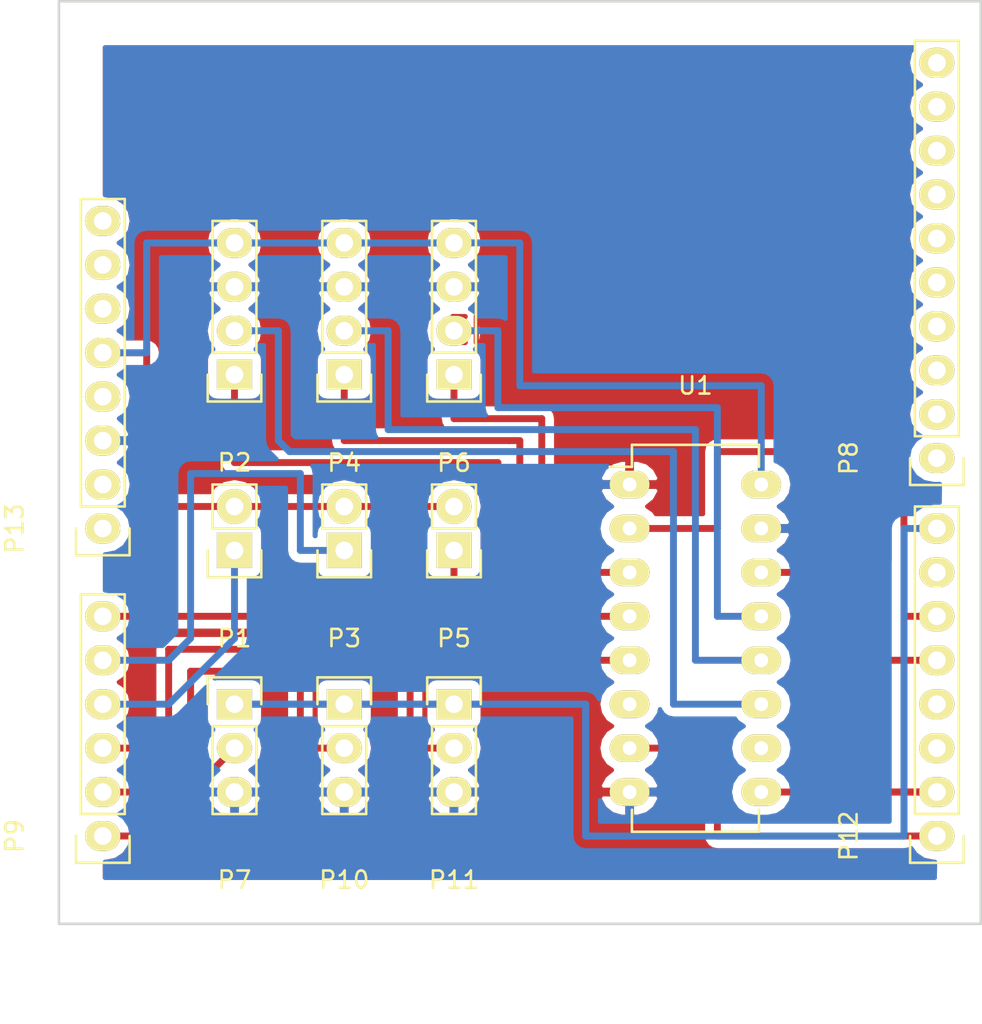
<source format=kicad_pcb>
(kicad_pcb (version 4) (host pcbnew 4.0.2-stable)

  (general
    (links 35)
    (no_connects 0)
    (area 128.395 77.394999 185.495001 138.590001)
    (thickness 1.6)
    (drawings 15)
    (tracks 104)
    (zones 0)
    (modules 14)
    (nets 41)
  )

  (page A4)
  (layers
    (0 F.Cu signal)
    (31 B.Cu signal)
    (32 B.Adhes user)
    (33 F.Adhes user)
    (34 B.Paste user)
    (35 F.Paste user)
    (36 B.SilkS user)
    (37 F.SilkS user)
    (38 B.Mask user)
    (39 F.Mask user)
    (40 Dwgs.User user)
    (41 Cmts.User user)
    (42 Eco1.User user)
    (43 Eco2.User user)
    (44 Edge.Cuts user)
    (45 Margin user)
    (46 B.CrtYd user)
    (47 F.CrtYd user)
    (48 B.Fab user)
    (49 F.Fab user)
  )

  (setup
    (last_trace_width 0.4)
    (trace_clearance 0.2)
    (zone_clearance 0.508)
    (zone_45_only no)
    (trace_min 0.4)
    (segment_width 0.2)
    (edge_width 0.15)
    (via_size 0.6)
    (via_drill 0.4)
    (via_min_size 0.4)
    (via_min_drill 0.3)
    (uvia_size 0.3)
    (uvia_drill 0.1)
    (uvias_allowed no)
    (uvia_min_size 0.2)
    (uvia_min_drill 0.1)
    (pcb_text_width 0.3)
    (pcb_text_size 1.5 1.5)
    (mod_edge_width 0.15)
    (mod_text_size 1 1)
    (mod_text_width 0.15)
    (pad_size 1.524 1.524)
    (pad_drill 0.762)
    (pad_to_mask_clearance 0.2)
    (aux_axis_origin 0 0)
    (visible_elements FFFDFF7F)
    (pcbplotparams
      (layerselection 0x20000_00000000)
      (usegerberextensions false)
      (excludeedgelayer true)
      (linewidth 0.100000)
      (plotframeref false)
      (viasonmask false)
      (mode 1)
      (useauxorigin false)
      (hpglpennumber 1)
      (hpglpenspeed 20)
      (hpglpendiameter 15)
      (hpglpenoverlay 2)
      (psnegative false)
      (psa4output false)
      (plotreference true)
      (plotvalue true)
      (plotinvisibletext false)
      (padsonsilk false)
      (subtractmaskfromsilk false)
      (outputformat 4)
      (mirror false)
      (drillshape 0)
      (scaleselection 1)
      (outputdirectory Front/))
  )

  (net 0 "")
  (net 1 MotorDir)
  (net 2 Motor1)
  (net 3 GND)
  (net 4 Encoder1A)
  (net 5 Encoder1B)
  (net 6 +3V3)
  (net 7 Motor2)
  (net 8 Encoder2A)
  (net 9 Encoder2B)
  (net 10 Motor3)
  (net 11 Encoder3A)
  (net 12 Encoder3B)
  (net 13 Limit1)
  (net 14 "Net-(P8-Pad1)")
  (net 15 "Net-(P8-Pad2)")
  (net 16 "Net-(P8-Pad3)")
  (net 17 "Net-(P8-Pad4)")
  (net 18 "Net-(P8-Pad5)")
  (net 19 "Net-(P8-Pad6)")
  (net 20 "Net-(P8-Pad7)")
  (net 21 "Net-(P8-Pad8)")
  (net 22 "Net-(P8-Pad9)")
  (net 23 "Net-(P8-Pad10)")
  (net 24 Limit2)
  (net 25 Limit3)
  (net 26 Enc_InputA)
  (net 27 Enc_InputB)
  (net 28 "Net-(P12-Pad3)")
  (net 29 "Net-(P12-Pad4)")
  (net 30 SelectA)
  (net 31 SelectB)
  (net 32 "Net-(P12-Pad7)")
  (net 33 "Net-(P13-Pad1)")
  (net 34 "Net-(P13-Pad2)")
  (net 35 "Net-(P13-Pad4)")
  (net 36 "Net-(P13-Pad6)")
  (net 37 "Net-(P13-Pad7)")
  (net 38 "Net-(P13-Pad8)")
  (net 39 "Net-(U1-Pad6)")
  (net 40 "Net-(U1-Pad10)")

  (net_class Default "This is the default net class."
    (clearance 0.2)
    (trace_width 0.4)
    (via_dia 0.6)
    (via_drill 0.4)
    (uvia_dia 0.3)
    (uvia_drill 0.1)
    (add_net +3V3)
    (add_net Enc_InputA)
    (add_net Enc_InputB)
    (add_net Encoder1A)
    (add_net Encoder1B)
    (add_net Encoder2A)
    (add_net Encoder2B)
    (add_net Encoder3A)
    (add_net Encoder3B)
    (add_net GND)
    (add_net Limit1)
    (add_net Limit2)
    (add_net Limit3)
    (add_net Motor1)
    (add_net Motor2)
    (add_net Motor3)
    (add_net MotorDir)
    (add_net "Net-(P12-Pad3)")
    (add_net "Net-(P12-Pad4)")
    (add_net "Net-(P12-Pad7)")
    (add_net "Net-(P13-Pad1)")
    (add_net "Net-(P13-Pad2)")
    (add_net "Net-(P13-Pad4)")
    (add_net "Net-(P13-Pad6)")
    (add_net "Net-(P13-Pad7)")
    (add_net "Net-(P13-Pad8)")
    (add_net "Net-(P8-Pad1)")
    (add_net "Net-(P8-Pad10)")
    (add_net "Net-(P8-Pad2)")
    (add_net "Net-(P8-Pad3)")
    (add_net "Net-(P8-Pad4)")
    (add_net "Net-(P8-Pad5)")
    (add_net "Net-(P8-Pad6)")
    (add_net "Net-(P8-Pad7)")
    (add_net "Net-(P8-Pad8)")
    (add_net "Net-(P8-Pad9)")
    (add_net "Net-(U1-Pad10)")
    (add_net "Net-(U1-Pad6)")
    (add_net SelectA)
    (add_net SelectB)
  )

  (module Housings_DIP:DIP-16_W7.62mm_LongPads (layer F.Cu) (tedit 579CF28F) (tstamp 579B894E)
    (at 165.1 105.41)
    (descr "16-lead dip package, row spacing 7.62 mm (300 mils), longer pads")
    (tags "dil dip 2.54 300")
    (path /579B9323)
    (fp_text reference U1 (at 3.81 -5.715) (layer F.SilkS)
      (effects (font (size 1 1) (thickness 0.15)))
    )
    (fp_text value 74LS153 (at 3.81 -3.81) (layer F.Fab)
      (effects (font (size 1 1) (thickness 0.15)))
    )
    (fp_line (start -1.4 -2.45) (end -1.4 20.25) (layer F.CrtYd) (width 0.05))
    (fp_line (start 9 -2.45) (end 9 20.25) (layer F.CrtYd) (width 0.05))
    (fp_line (start -1.4 -2.45) (end 9 -2.45) (layer F.CrtYd) (width 0.05))
    (fp_line (start -1.4 20.25) (end 9 20.25) (layer F.CrtYd) (width 0.05))
    (fp_line (start 0.135 -2.295) (end 0.135 -1.025) (layer F.SilkS) (width 0.15))
    (fp_line (start 7.485 -2.295) (end 7.485 -1.025) (layer F.SilkS) (width 0.15))
    (fp_line (start 7.485 20.075) (end 7.485 18.805) (layer F.SilkS) (width 0.15))
    (fp_line (start 0.135 20.075) (end 0.135 18.805) (layer F.SilkS) (width 0.15))
    (fp_line (start 0.135 -2.295) (end 7.485 -2.295) (layer F.SilkS) (width 0.15))
    (fp_line (start 0.135 20.075) (end 7.485 20.075) (layer F.SilkS) (width 0.15))
    (fp_line (start 0.135 -1.025) (end -1.15 -1.025) (layer F.SilkS) (width 0.15))
    (pad 1 thru_hole oval (at 0 0) (size 2.3 1.6) (drill 0.8) (layers *.Cu *.Mask F.SilkS)
      (net 3 GND))
    (pad 2 thru_hole oval (at 0 2.54) (size 2.3 1.6) (drill 0.8) (layers *.Cu *.Mask F.SilkS)
      (net 31 SelectB))
    (pad 3 thru_hole oval (at 0 5.08) (size 2.3 1.6) (drill 0.8) (layers *.Cu *.Mask F.SilkS)
      (net 11 Encoder3A))
    (pad 4 thru_hole oval (at 0 7.62) (size 2.3 1.6) (drill 0.8) (layers *.Cu *.Mask F.SilkS)
      (net 8 Encoder2A))
    (pad 5 thru_hole oval (at 0 10.16) (size 2.3 1.6) (drill 0.8) (layers *.Cu *.Mask F.SilkS)
      (net 4 Encoder1A))
    (pad 6 thru_hole oval (at 0 12.7) (size 2.3 1.6) (drill 0.8) (layers *.Cu *.Mask F.SilkS)
      (net 39 "Net-(U1-Pad6)"))
    (pad 7 thru_hole oval (at 0 15.24) (size 2.3 1.6) (drill 0.8) (layers *.Cu *.Mask F.SilkS)
      (net 26 Enc_InputA))
    (pad 8 thru_hole oval (at 0 17.78) (size 2.3 1.6) (drill 0.8) (layers *.Cu *.Mask F.SilkS)
      (net 3 GND))
    (pad 9 thru_hole oval (at 7.62 17.78) (size 2.3 1.6) (drill 0.8) (layers *.Cu *.Mask F.SilkS)
      (net 27 Enc_InputB))
    (pad 10 thru_hole oval (at 7.62 15.24) (size 2.3 1.6) (drill 0.8) (layers *.Cu *.Mask F.SilkS)
      (net 40 "Net-(U1-Pad10)"))
    (pad 11 thru_hole oval (at 7.62 12.7) (size 2.3 1.6) (drill 0.8) (layers *.Cu *.Mask F.SilkS)
      (net 5 Encoder1B))
    (pad 12 thru_hole oval (at 7.62 10.16) (size 2.3 1.6) (drill 0.8) (layers *.Cu *.Mask F.SilkS)
      (net 9 Encoder2B))
    (pad 13 thru_hole oval (at 7.62 7.62) (size 2.3 1.6) (drill 0.8) (layers *.Cu *.Mask F.SilkS)
      (net 12 Encoder3B))
    (pad 14 thru_hole oval (at 7.62 5.08) (size 2.3 1.6) (drill 0.8) (layers *.Cu *.Mask F.SilkS)
      (net 30 SelectA))
    (pad 15 thru_hole oval (at 7.62 2.54) (size 2.3 1.6) (drill 0.8) (layers *.Cu *.Mask F.SilkS)
      (net 3 GND))
    (pad 16 thru_hole oval (at 7.62 0) (size 2.3 1.6) (drill 0.8) (layers *.Cu *.Mask F.SilkS)
      (net 6 +3V3))
    (model Housings_DIP.3dshapes/DIP-16_W7.62mm_LongPads.wrl
      (at (xyz 0 0 0))
      (scale (xyz 1 1 1))
      (rotate (xyz 0 0 0))
    )
  )

  (module Pin_Headers:Pin_Header_Straight_1x03 (layer F.Cu) (tedit 579CF272) (tstamp 579B88D2)
    (at 142.24 118.11)
    (descr "Through hole pin header")
    (tags "pin header")
    (path /579B9521)
    (fp_text reference P1 (at 0 -3.81) (layer F.SilkS)
      (effects (font (size 1 1) (thickness 0.15)))
    )
    (fp_text value Motor1 (at 0 8.255) (layer F.Fab)
      (effects (font (size 1 1) (thickness 0.15)))
    )
    (fp_line (start -1.75 -1.75) (end -1.75 6.85) (layer F.CrtYd) (width 0.05))
    (fp_line (start 1.75 -1.75) (end 1.75 6.85) (layer F.CrtYd) (width 0.05))
    (fp_line (start -1.75 -1.75) (end 1.75 -1.75) (layer F.CrtYd) (width 0.05))
    (fp_line (start -1.75 6.85) (end 1.75 6.85) (layer F.CrtYd) (width 0.05))
    (fp_line (start -1.27 1.27) (end -1.27 6.35) (layer F.SilkS) (width 0.15))
    (fp_line (start -1.27 6.35) (end 1.27 6.35) (layer F.SilkS) (width 0.15))
    (fp_line (start 1.27 6.35) (end 1.27 1.27) (layer F.SilkS) (width 0.15))
    (fp_line (start 1.55 -1.55) (end 1.55 0) (layer F.SilkS) (width 0.15))
    (fp_line (start 1.27 1.27) (end -1.27 1.27) (layer F.SilkS) (width 0.15))
    (fp_line (start -1.55 0) (end -1.55 -1.55) (layer F.SilkS) (width 0.15))
    (fp_line (start -1.55 -1.55) (end 1.55 -1.55) (layer F.SilkS) (width 0.15))
    (pad 1 thru_hole rect (at 0 0) (size 2.032 1.7272) (drill 1.016) (layers *.Cu *.Mask F.SilkS)
      (net 1 MotorDir))
    (pad 2 thru_hole oval (at 0 2.54) (size 2.032 1.7272) (drill 1.016) (layers *.Cu *.Mask F.SilkS)
      (net 2 Motor1))
    (pad 3 thru_hole oval (at 0 5.08) (size 2.032 1.7272) (drill 1.016) (layers *.Cu *.Mask F.SilkS)
      (net 3 GND))
    (model Pin_Headers.3dshapes/Pin_Header_Straight_1x03.wrl
      (at (xyz 0 -0.1 0))
      (scale (xyz 1 1 1))
      (rotate (xyz 0 0 90))
    )
  )

  (module Pin_Headers:Pin_Header_Straight_1x04 (layer F.Cu) (tedit 579CF3EA) (tstamp 579B88DA)
    (at 142.24 99.06 180)
    (descr "Through hole pin header")
    (tags "pin header")
    (path /579B96CF)
    (fp_text reference P2 (at 0 -5.08 180) (layer F.SilkS)
      (effects (font (size 1 1) (thickness 0.15)))
    )
    (fp_text value ENC1 (at 0 -3.175 180) (layer F.Fab)
      (effects (font (size 1 1) (thickness 0.15)))
    )
    (fp_line (start -1.75 -1.75) (end -1.75 9.4) (layer F.CrtYd) (width 0.05))
    (fp_line (start 1.75 -1.75) (end 1.75 9.4) (layer F.CrtYd) (width 0.05))
    (fp_line (start -1.75 -1.75) (end 1.75 -1.75) (layer F.CrtYd) (width 0.05))
    (fp_line (start -1.75 9.4) (end 1.75 9.4) (layer F.CrtYd) (width 0.05))
    (fp_line (start -1.27 1.27) (end -1.27 8.89) (layer F.SilkS) (width 0.15))
    (fp_line (start 1.27 1.27) (end 1.27 8.89) (layer F.SilkS) (width 0.15))
    (fp_line (start 1.55 -1.55) (end 1.55 0) (layer F.SilkS) (width 0.15))
    (fp_line (start -1.27 8.89) (end 1.27 8.89) (layer F.SilkS) (width 0.15))
    (fp_line (start 1.27 1.27) (end -1.27 1.27) (layer F.SilkS) (width 0.15))
    (fp_line (start -1.55 0) (end -1.55 -1.55) (layer F.SilkS) (width 0.15))
    (fp_line (start -1.55 -1.55) (end 1.55 -1.55) (layer F.SilkS) (width 0.15))
    (pad 1 thru_hole rect (at 0 0 180) (size 2.032 1.7272) (drill 1.016) (layers *.Cu *.Mask F.SilkS)
      (net 4 Encoder1A))
    (pad 2 thru_hole oval (at 0 2.54 180) (size 2.032 1.7272) (drill 1.016) (layers *.Cu *.Mask F.SilkS)
      (net 5 Encoder1B))
    (pad 3 thru_hole oval (at 0 5.08 180) (size 2.032 1.7272) (drill 1.016) (layers *.Cu *.Mask F.SilkS)
      (net 3 GND))
    (pad 4 thru_hole oval (at 0 7.62 180) (size 2.032 1.7272) (drill 1.016) (layers *.Cu *.Mask F.SilkS)
      (net 6 +3V3))
    (model Pin_Headers.3dshapes/Pin_Header_Straight_1x04.wrl
      (at (xyz 0 -0.15 0))
      (scale (xyz 1 1 1))
      (rotate (xyz 0 0 90))
    )
  )

  (module Pin_Headers:Pin_Header_Straight_1x03 (layer F.Cu) (tedit 579CF26F) (tstamp 579B88E1)
    (at 148.59 118.11)
    (descr "Through hole pin header")
    (tags "pin header")
    (path /579B957A)
    (fp_text reference P3 (at 0 -3.81) (layer F.SilkS)
      (effects (font (size 1 1) (thickness 0.15)))
    )
    (fp_text value Motor2 (at 0 8.255) (layer F.Fab)
      (effects (font (size 1 1) (thickness 0.15)))
    )
    (fp_line (start -1.75 -1.75) (end -1.75 6.85) (layer F.CrtYd) (width 0.05))
    (fp_line (start 1.75 -1.75) (end 1.75 6.85) (layer F.CrtYd) (width 0.05))
    (fp_line (start -1.75 -1.75) (end 1.75 -1.75) (layer F.CrtYd) (width 0.05))
    (fp_line (start -1.75 6.85) (end 1.75 6.85) (layer F.CrtYd) (width 0.05))
    (fp_line (start -1.27 1.27) (end -1.27 6.35) (layer F.SilkS) (width 0.15))
    (fp_line (start -1.27 6.35) (end 1.27 6.35) (layer F.SilkS) (width 0.15))
    (fp_line (start 1.27 6.35) (end 1.27 1.27) (layer F.SilkS) (width 0.15))
    (fp_line (start 1.55 -1.55) (end 1.55 0) (layer F.SilkS) (width 0.15))
    (fp_line (start 1.27 1.27) (end -1.27 1.27) (layer F.SilkS) (width 0.15))
    (fp_line (start -1.55 0) (end -1.55 -1.55) (layer F.SilkS) (width 0.15))
    (fp_line (start -1.55 -1.55) (end 1.55 -1.55) (layer F.SilkS) (width 0.15))
    (pad 1 thru_hole rect (at 0 0) (size 2.032 1.7272) (drill 1.016) (layers *.Cu *.Mask F.SilkS)
      (net 1 MotorDir))
    (pad 2 thru_hole oval (at 0 2.54) (size 2.032 1.7272) (drill 1.016) (layers *.Cu *.Mask F.SilkS)
      (net 7 Motor2))
    (pad 3 thru_hole oval (at 0 5.08) (size 2.032 1.7272) (drill 1.016) (layers *.Cu *.Mask F.SilkS)
      (net 3 GND))
    (model Pin_Headers.3dshapes/Pin_Header_Straight_1x03.wrl
      (at (xyz 0 -0.1 0))
      (scale (xyz 1 1 1))
      (rotate (xyz 0 0 90))
    )
  )

  (module Pin_Headers:Pin_Header_Straight_1x04 (layer F.Cu) (tedit 579CF3DA) (tstamp 579B88E9)
    (at 148.59 99.06 180)
    (descr "Through hole pin header")
    (tags "pin header")
    (path /579B9705)
    (fp_text reference P4 (at 0 -5.1 180) (layer F.SilkS)
      (effects (font (size 1 1) (thickness 0.15)))
    )
    (fp_text value ENC2 (at 0 -3.175 180) (layer F.Fab)
      (effects (font (size 1 1) (thickness 0.15)))
    )
    (fp_line (start -1.75 -1.75) (end -1.75 9.4) (layer F.CrtYd) (width 0.05))
    (fp_line (start 1.75 -1.75) (end 1.75 9.4) (layer F.CrtYd) (width 0.05))
    (fp_line (start -1.75 -1.75) (end 1.75 -1.75) (layer F.CrtYd) (width 0.05))
    (fp_line (start -1.75 9.4) (end 1.75 9.4) (layer F.CrtYd) (width 0.05))
    (fp_line (start -1.27 1.27) (end -1.27 8.89) (layer F.SilkS) (width 0.15))
    (fp_line (start 1.27 1.27) (end 1.27 8.89) (layer F.SilkS) (width 0.15))
    (fp_line (start 1.55 -1.55) (end 1.55 0) (layer F.SilkS) (width 0.15))
    (fp_line (start -1.27 8.89) (end 1.27 8.89) (layer F.SilkS) (width 0.15))
    (fp_line (start 1.27 1.27) (end -1.27 1.27) (layer F.SilkS) (width 0.15))
    (fp_line (start -1.55 0) (end -1.55 -1.55) (layer F.SilkS) (width 0.15))
    (fp_line (start -1.55 -1.55) (end 1.55 -1.55) (layer F.SilkS) (width 0.15))
    (pad 1 thru_hole rect (at 0 0 180) (size 2.032 1.7272) (drill 1.016) (layers *.Cu *.Mask F.SilkS)
      (net 8 Encoder2A))
    (pad 2 thru_hole oval (at 0 2.54 180) (size 2.032 1.7272) (drill 1.016) (layers *.Cu *.Mask F.SilkS)
      (net 9 Encoder2B))
    (pad 3 thru_hole oval (at 0 5.08 180) (size 2.032 1.7272) (drill 1.016) (layers *.Cu *.Mask F.SilkS)
      (net 3 GND))
    (pad 4 thru_hole oval (at 0 7.62 180) (size 2.032 1.7272) (drill 1.016) (layers *.Cu *.Mask F.SilkS)
      (net 6 +3V3))
    (model Pin_Headers.3dshapes/Pin_Header_Straight_1x04.wrl
      (at (xyz 0 -0.15 0))
      (scale (xyz 1 1 1))
      (rotate (xyz 0 0 90))
    )
  )

  (module Pin_Headers:Pin_Header_Straight_1x03 (layer F.Cu) (tedit 579CF26E) (tstamp 579B88F0)
    (at 154.94 118.11)
    (descr "Through hole pin header")
    (tags "pin header")
    (path /579B95E4)
    (fp_text reference P5 (at 0 -3.81) (layer F.SilkS)
      (effects (font (size 1 1) (thickness 0.15)))
    )
    (fp_text value Motor3 (at 0 8.255) (layer F.Fab)
      (effects (font (size 1 1) (thickness 0.15)))
    )
    (fp_line (start -1.75 -1.75) (end -1.75 6.85) (layer F.CrtYd) (width 0.05))
    (fp_line (start 1.75 -1.75) (end 1.75 6.85) (layer F.CrtYd) (width 0.05))
    (fp_line (start -1.75 -1.75) (end 1.75 -1.75) (layer F.CrtYd) (width 0.05))
    (fp_line (start -1.75 6.85) (end 1.75 6.85) (layer F.CrtYd) (width 0.05))
    (fp_line (start -1.27 1.27) (end -1.27 6.35) (layer F.SilkS) (width 0.15))
    (fp_line (start -1.27 6.35) (end 1.27 6.35) (layer F.SilkS) (width 0.15))
    (fp_line (start 1.27 6.35) (end 1.27 1.27) (layer F.SilkS) (width 0.15))
    (fp_line (start 1.55 -1.55) (end 1.55 0) (layer F.SilkS) (width 0.15))
    (fp_line (start 1.27 1.27) (end -1.27 1.27) (layer F.SilkS) (width 0.15))
    (fp_line (start -1.55 0) (end -1.55 -1.55) (layer F.SilkS) (width 0.15))
    (fp_line (start -1.55 -1.55) (end 1.55 -1.55) (layer F.SilkS) (width 0.15))
    (pad 1 thru_hole rect (at 0 0) (size 2.032 1.7272) (drill 1.016) (layers *.Cu *.Mask F.SilkS)
      (net 1 MotorDir))
    (pad 2 thru_hole oval (at 0 2.54) (size 2.032 1.7272) (drill 1.016) (layers *.Cu *.Mask F.SilkS)
      (net 10 Motor3))
    (pad 3 thru_hole oval (at 0 5.08) (size 2.032 1.7272) (drill 1.016) (layers *.Cu *.Mask F.SilkS)
      (net 3 GND))
    (model Pin_Headers.3dshapes/Pin_Header_Straight_1x03.wrl
      (at (xyz 0 -0.1 0))
      (scale (xyz 1 1 1))
      (rotate (xyz 0 0 90))
    )
  )

  (module Pin_Headers:Pin_Header_Straight_1x04 (layer F.Cu) (tedit 579CF3ED) (tstamp 579B88F8)
    (at 154.94 99.06 180)
    (descr "Through hole pin header")
    (tags "pin header")
    (path /579B9761)
    (fp_text reference P6 (at 0 -5.1 180) (layer F.SilkS)
      (effects (font (size 1 1) (thickness 0.15)))
    )
    (fp_text value ENC3 (at 0 -3.175 180) (layer F.Fab)
      (effects (font (size 1 1) (thickness 0.15)))
    )
    (fp_line (start -1.75 -1.75) (end -1.75 9.4) (layer F.CrtYd) (width 0.05))
    (fp_line (start 1.75 -1.75) (end 1.75 9.4) (layer F.CrtYd) (width 0.05))
    (fp_line (start -1.75 -1.75) (end 1.75 -1.75) (layer F.CrtYd) (width 0.05))
    (fp_line (start -1.75 9.4) (end 1.75 9.4) (layer F.CrtYd) (width 0.05))
    (fp_line (start -1.27 1.27) (end -1.27 8.89) (layer F.SilkS) (width 0.15))
    (fp_line (start 1.27 1.27) (end 1.27 8.89) (layer F.SilkS) (width 0.15))
    (fp_line (start 1.55 -1.55) (end 1.55 0) (layer F.SilkS) (width 0.15))
    (fp_line (start -1.27 8.89) (end 1.27 8.89) (layer F.SilkS) (width 0.15))
    (fp_line (start 1.27 1.27) (end -1.27 1.27) (layer F.SilkS) (width 0.15))
    (fp_line (start -1.55 0) (end -1.55 -1.55) (layer F.SilkS) (width 0.15))
    (fp_line (start -1.55 -1.55) (end 1.55 -1.55) (layer F.SilkS) (width 0.15))
    (pad 1 thru_hole rect (at 0 0 180) (size 2.032 1.7272) (drill 1.016) (layers *.Cu *.Mask F.SilkS)
      (net 11 Encoder3A))
    (pad 2 thru_hole oval (at 0 2.54 180) (size 2.032 1.7272) (drill 1.016) (layers *.Cu *.Mask F.SilkS)
      (net 12 Encoder3B))
    (pad 3 thru_hole oval (at 0 5.08 180) (size 2.032 1.7272) (drill 1.016) (layers *.Cu *.Mask F.SilkS)
      (net 3 GND))
    (pad 4 thru_hole oval (at 0 7.62 180) (size 2.032 1.7272) (drill 1.016) (layers *.Cu *.Mask F.SilkS)
      (net 6 +3V3))
    (model Pin_Headers.3dshapes/Pin_Header_Straight_1x04.wrl
      (at (xyz 0 -0.15 0))
      (scale (xyz 1 1 1))
      (rotate (xyz 0 0 90))
    )
  )

  (module Pin_Headers:Pin_Header_Straight_1x02 (layer F.Cu) (tedit 579CF265) (tstamp 579B88FE)
    (at 142.24 109.22 180)
    (descr "Through hole pin header")
    (tags "pin header")
    (path /579B97AB)
    (fp_text reference P7 (at 0 -19.05 180) (layer F.SilkS)
      (effects (font (size 1 1) (thickness 0.15)))
    )
    (fp_text value Limit1 (at 0 -3.1 180) (layer F.Fab)
      (effects (font (size 1 1) (thickness 0.15)))
    )
    (fp_line (start 1.27 1.27) (end 1.27 3.81) (layer F.SilkS) (width 0.15))
    (fp_line (start 1.55 -1.55) (end 1.55 0) (layer F.SilkS) (width 0.15))
    (fp_line (start -1.75 -1.75) (end -1.75 4.3) (layer F.CrtYd) (width 0.05))
    (fp_line (start 1.75 -1.75) (end 1.75 4.3) (layer F.CrtYd) (width 0.05))
    (fp_line (start -1.75 -1.75) (end 1.75 -1.75) (layer F.CrtYd) (width 0.05))
    (fp_line (start -1.75 4.3) (end 1.75 4.3) (layer F.CrtYd) (width 0.05))
    (fp_line (start 1.27 1.27) (end -1.27 1.27) (layer F.SilkS) (width 0.15))
    (fp_line (start -1.55 0) (end -1.55 -1.55) (layer F.SilkS) (width 0.15))
    (fp_line (start -1.55 -1.55) (end 1.55 -1.55) (layer F.SilkS) (width 0.15))
    (fp_line (start -1.27 1.27) (end -1.27 3.81) (layer F.SilkS) (width 0.15))
    (fp_line (start -1.27 3.81) (end 1.27 3.81) (layer F.SilkS) (width 0.15))
    (pad 1 thru_hole rect (at 0 0 180) (size 2.032 2.032) (drill 1.016) (layers *.Cu *.Mask F.SilkS)
      (net 13 Limit1))
    (pad 2 thru_hole oval (at 0 2.54 180) (size 2.032 2.032) (drill 1.016) (layers *.Cu *.Mask F.SilkS)
      (net 6 +3V3))
    (model Pin_Headers.3dshapes/Pin_Header_Straight_1x02.wrl
      (at (xyz 0 -0.05 0))
      (scale (xyz 1 1 1))
      (rotate (xyz 0 0 90))
    )
  )

  (module Socket_Arduino_Uno:Socket_Strip_Arduino_1x10 (layer F.Cu) (tedit 579CF3B1) (tstamp 579B890C)
    (at 182.88 103.886 90)
    (descr "Through hole socket strip")
    (tags "socket strip")
    (path /579B936C)
    (fp_text reference P8 (at 0 -5.1 90) (layer F.SilkS)
      (effects (font (size 1 1) (thickness 0.15)))
    )
    (fp_text value Digital_10 (at 11.176 -2.54 90) (layer F.Fab)
      (effects (font (size 1 1) (thickness 0.15)))
    )
    (fp_line (start -1.75 -1.75) (end -1.75 1.75) (layer F.CrtYd) (width 0.05))
    (fp_line (start 24.65 -1.75) (end 24.65 1.75) (layer F.CrtYd) (width 0.05))
    (fp_line (start -1.75 -1.75) (end 24.65 -1.75) (layer F.CrtYd) (width 0.05))
    (fp_line (start -1.75 1.75) (end 24.65 1.75) (layer F.CrtYd) (width 0.05))
    (fp_line (start 1.27 1.27) (end 24.13 1.27) (layer F.SilkS) (width 0.15))
    (fp_line (start 24.13 1.27) (end 24.13 -1.27) (layer F.SilkS) (width 0.15))
    (fp_line (start 24.13 -1.27) (end 1.27 -1.27) (layer F.SilkS) (width 0.15))
    (fp_line (start -1.55 1.55) (end 0 1.55) (layer F.SilkS) (width 0.15))
    (fp_line (start 1.27 1.27) (end 1.27 -1.27) (layer F.SilkS) (width 0.15))
    (fp_line (start 0 -1.55) (end -1.55 -1.55) (layer F.SilkS) (width 0.15))
    (fp_line (start -1.55 -1.55) (end -1.55 1.55) (layer F.SilkS) (width 0.15))
    (pad 1 thru_hole oval (at 0 0 90) (size 1.7272 2.032) (drill 1.016) (layers *.Cu *.Mask F.SilkS)
      (net 14 "Net-(P8-Pad1)"))
    (pad 2 thru_hole oval (at 2.54 0 90) (size 1.7272 2.032) (drill 1.016) (layers *.Cu *.Mask F.SilkS)
      (net 15 "Net-(P8-Pad2)"))
    (pad 3 thru_hole oval (at 5.08 0 90) (size 1.7272 2.032) (drill 1.016) (layers *.Cu *.Mask F.SilkS)
      (net 16 "Net-(P8-Pad3)"))
    (pad 4 thru_hole oval (at 7.62 0 90) (size 1.7272 2.032) (drill 1.016) (layers *.Cu *.Mask F.SilkS)
      (net 17 "Net-(P8-Pad4)"))
    (pad 5 thru_hole oval (at 10.16 0 90) (size 1.7272 2.032) (drill 1.016) (layers *.Cu *.Mask F.SilkS)
      (net 18 "Net-(P8-Pad5)"))
    (pad 6 thru_hole oval (at 12.7 0 90) (size 1.7272 2.032) (drill 1.016) (layers *.Cu *.Mask F.SilkS)
      (net 19 "Net-(P8-Pad6)"))
    (pad 7 thru_hole oval (at 15.24 0 90) (size 1.7272 2.032) (drill 1.016) (layers *.Cu *.Mask F.SilkS)
      (net 20 "Net-(P8-Pad7)"))
    (pad 8 thru_hole oval (at 17.78 0 90) (size 1.7272 2.032) (drill 1.016) (layers *.Cu *.Mask F.SilkS)
      (net 21 "Net-(P8-Pad8)"))
    (pad 9 thru_hole oval (at 20.32 0 90) (size 1.7272 2.032) (drill 1.016) (layers *.Cu *.Mask F.SilkS)
      (net 22 "Net-(P8-Pad9)"))
    (pad 10 thru_hole oval (at 22.86 0 90) (size 1.7272 2.032) (drill 1.016) (layers *.Cu *.Mask F.SilkS)
      (net 23 "Net-(P8-Pad10)"))
    (model ${KIPRJMOD}/Socket_Arduino_Uno.3dshapes/Socket_header_Arduino_1x10.wrl
      (at (xyz 0.45 0 0))
      (scale (xyz 1 1 1))
      (rotate (xyz 0 0 180))
    )
  )

  (module Socket_Arduino_Uno:Socket_Strip_Arduino_1x06 (layer F.Cu) (tedit 579CF3A8) (tstamp 579B8916)
    (at 134.62 125.73 90)
    (descr "Through hole socket strip")
    (tags "socket strip")
    (path /579B93DD)
    (fp_text reference P9 (at 0 -5.1 90) (layer F.SilkS)
      (effects (font (size 1 1) (thickness 0.15)))
    )
    (fp_text value Analog (at 6.35 2.54 90) (layer F.Fab)
      (effects (font (size 1 1) (thickness 0.15)))
    )
    (fp_line (start -1.75 -1.75) (end -1.75 1.75) (layer F.CrtYd) (width 0.05))
    (fp_line (start 14.45 -1.75) (end 14.45 1.75) (layer F.CrtYd) (width 0.05))
    (fp_line (start -1.75 -1.75) (end 14.45 -1.75) (layer F.CrtYd) (width 0.05))
    (fp_line (start -1.75 1.75) (end 14.45 1.75) (layer F.CrtYd) (width 0.05))
    (fp_line (start 1.27 1.27) (end 13.97 1.27) (layer F.SilkS) (width 0.15))
    (fp_line (start 13.97 1.27) (end 13.97 -1.27) (layer F.SilkS) (width 0.15))
    (fp_line (start 13.97 -1.27) (end 1.27 -1.27) (layer F.SilkS) (width 0.15))
    (fp_line (start -1.55 1.55) (end 0 1.55) (layer F.SilkS) (width 0.15))
    (fp_line (start 1.27 1.27) (end 1.27 -1.27) (layer F.SilkS) (width 0.15))
    (fp_line (start 0 -1.55) (end -1.55 -1.55) (layer F.SilkS) (width 0.15))
    (fp_line (start -1.55 -1.55) (end -1.55 1.55) (layer F.SilkS) (width 0.15))
    (pad 1 thru_hole oval (at 0 0 90) (size 1.7272 2.032) (drill 1.016) (layers *.Cu *.Mask F.SilkS)
      (net 2 Motor1))
    (pad 2 thru_hole oval (at 2.54 0 90) (size 1.7272 2.032) (drill 1.016) (layers *.Cu *.Mask F.SilkS)
      (net 7 Motor2))
    (pad 3 thru_hole oval (at 5.08 0 90) (size 1.7272 2.032) (drill 1.016) (layers *.Cu *.Mask F.SilkS)
      (net 10 Motor3))
    (pad 4 thru_hole oval (at 7.62 0 90) (size 1.7272 2.032) (drill 1.016) (layers *.Cu *.Mask F.SilkS)
      (net 13 Limit1))
    (pad 5 thru_hole oval (at 10.16 0 90) (size 1.7272 2.032) (drill 1.016) (layers *.Cu *.Mask F.SilkS)
      (net 24 Limit2))
    (pad 6 thru_hole oval (at 12.7 0 90) (size 1.7272 2.032) (drill 1.016) (layers *.Cu *.Mask F.SilkS)
      (net 25 Limit3))
    (model ${KIPRJMOD}/Socket_Arduino_Uno.3dshapes/Socket_header_Arduino_1x06.wrl
      (at (xyz 0.25 0 0))
      (scale (xyz 1 1 1))
      (rotate (xyz 0 0 180))
    )
  )

  (module Pin_Headers:Pin_Header_Straight_1x02 (layer F.Cu) (tedit 579CF267) (tstamp 579B891C)
    (at 148.59 109.22 180)
    (descr "Through hole pin header")
    (tags "pin header")
    (path /579B9822)
    (fp_text reference P10 (at 0 -19.05 180) (layer F.SilkS)
      (effects (font (size 1 1) (thickness 0.15)))
    )
    (fp_text value Limit2 (at 0 -3.1 180) (layer F.Fab)
      (effects (font (size 1 1) (thickness 0.15)))
    )
    (fp_line (start 1.27 1.27) (end 1.27 3.81) (layer F.SilkS) (width 0.15))
    (fp_line (start 1.55 -1.55) (end 1.55 0) (layer F.SilkS) (width 0.15))
    (fp_line (start -1.75 -1.75) (end -1.75 4.3) (layer F.CrtYd) (width 0.05))
    (fp_line (start 1.75 -1.75) (end 1.75 4.3) (layer F.CrtYd) (width 0.05))
    (fp_line (start -1.75 -1.75) (end 1.75 -1.75) (layer F.CrtYd) (width 0.05))
    (fp_line (start -1.75 4.3) (end 1.75 4.3) (layer F.CrtYd) (width 0.05))
    (fp_line (start 1.27 1.27) (end -1.27 1.27) (layer F.SilkS) (width 0.15))
    (fp_line (start -1.55 0) (end -1.55 -1.55) (layer F.SilkS) (width 0.15))
    (fp_line (start -1.55 -1.55) (end 1.55 -1.55) (layer F.SilkS) (width 0.15))
    (fp_line (start -1.27 1.27) (end -1.27 3.81) (layer F.SilkS) (width 0.15))
    (fp_line (start -1.27 3.81) (end 1.27 3.81) (layer F.SilkS) (width 0.15))
    (pad 1 thru_hole rect (at 0 0 180) (size 2.032 2.032) (drill 1.016) (layers *.Cu *.Mask F.SilkS)
      (net 24 Limit2))
    (pad 2 thru_hole oval (at 0 2.54 180) (size 2.032 2.032) (drill 1.016) (layers *.Cu *.Mask F.SilkS)
      (net 6 +3V3))
    (model Pin_Headers.3dshapes/Pin_Header_Straight_1x02.wrl
      (at (xyz 0 -0.05 0))
      (scale (xyz 1 1 1))
      (rotate (xyz 0 0 90))
    )
  )

  (module Pin_Headers:Pin_Header_Straight_1x02 (layer F.Cu) (tedit 579CF26B) (tstamp 579B8922)
    (at 154.94 109.22 180)
    (descr "Through hole pin header")
    (tags "pin header")
    (path /579B9879)
    (fp_text reference P11 (at 0 -19.05 180) (layer F.SilkS)
      (effects (font (size 1 1) (thickness 0.15)))
    )
    (fp_text value Limit3 (at 0 -3.1 180) (layer F.Fab)
      (effects (font (size 1 1) (thickness 0.15)))
    )
    (fp_line (start 1.27 1.27) (end 1.27 3.81) (layer F.SilkS) (width 0.15))
    (fp_line (start 1.55 -1.55) (end 1.55 0) (layer F.SilkS) (width 0.15))
    (fp_line (start -1.75 -1.75) (end -1.75 4.3) (layer F.CrtYd) (width 0.05))
    (fp_line (start 1.75 -1.75) (end 1.75 4.3) (layer F.CrtYd) (width 0.05))
    (fp_line (start -1.75 -1.75) (end 1.75 -1.75) (layer F.CrtYd) (width 0.05))
    (fp_line (start -1.75 4.3) (end 1.75 4.3) (layer F.CrtYd) (width 0.05))
    (fp_line (start 1.27 1.27) (end -1.27 1.27) (layer F.SilkS) (width 0.15))
    (fp_line (start -1.55 0) (end -1.55 -1.55) (layer F.SilkS) (width 0.15))
    (fp_line (start -1.55 -1.55) (end 1.55 -1.55) (layer F.SilkS) (width 0.15))
    (fp_line (start -1.27 1.27) (end -1.27 3.81) (layer F.SilkS) (width 0.15))
    (fp_line (start -1.27 3.81) (end 1.27 3.81) (layer F.SilkS) (width 0.15))
    (pad 1 thru_hole rect (at 0 0 180) (size 2.032 2.032) (drill 1.016) (layers *.Cu *.Mask F.SilkS)
      (net 25 Limit3))
    (pad 2 thru_hole oval (at 0 2.54 180) (size 2.032 2.032) (drill 1.016) (layers *.Cu *.Mask F.SilkS)
      (net 6 +3V3))
    (model Pin_Headers.3dshapes/Pin_Header_Straight_1x02.wrl
      (at (xyz 0 -0.05 0))
      (scale (xyz 1 1 1))
      (rotate (xyz 0 0 90))
    )
  )

  (module Socket_Arduino_Uno:Socket_Strip_Arduino_1x08 (layer F.Cu) (tedit 579CF3AF) (tstamp 579B892E)
    (at 182.88 125.73 90)
    (descr "Through hole socket strip")
    (tags "socket strip")
    (path /579B943E)
    (fp_text reference P12 (at 0 -5.1 90) (layer F.SilkS)
      (effects (font (size 1 1) (thickness 0.15)))
    )
    (fp_text value Digital_8 (at 8.255 -2.54 90) (layer F.Fab)
      (effects (font (size 1 1) (thickness 0.15)))
    )
    (fp_line (start -1.75 -1.75) (end -1.75 1.75) (layer F.CrtYd) (width 0.05))
    (fp_line (start 19.55 -1.75) (end 19.55 1.75) (layer F.CrtYd) (width 0.05))
    (fp_line (start -1.75 -1.75) (end 19.55 -1.75) (layer F.CrtYd) (width 0.05))
    (fp_line (start -1.75 1.75) (end 19.55 1.75) (layer F.CrtYd) (width 0.05))
    (fp_line (start 1.27 1.27) (end 19.05 1.27) (layer F.SilkS) (width 0.15))
    (fp_line (start 19.05 1.27) (end 19.05 -1.27) (layer F.SilkS) (width 0.15))
    (fp_line (start 19.05 -1.27) (end 1.27 -1.27) (layer F.SilkS) (width 0.15))
    (fp_line (start -1.55 1.55) (end 0 1.55) (layer F.SilkS) (width 0.15))
    (fp_line (start 1.27 1.27) (end 1.27 -1.27) (layer F.SilkS) (width 0.15))
    (fp_line (start 0 -1.55) (end -1.55 -1.55) (layer F.SilkS) (width 0.15))
    (fp_line (start -1.55 -1.55) (end -1.55 1.55) (layer F.SilkS) (width 0.15))
    (pad 1 thru_hole oval (at 0 0 90) (size 1.7272 2.032) (drill 1.016) (layers *.Cu *.Mask F.SilkS)
      (net 26 Enc_InputA))
    (pad 2 thru_hole oval (at 2.54 0 90) (size 1.7272 2.032) (drill 1.016) (layers *.Cu *.Mask F.SilkS)
      (net 27 Enc_InputB))
    (pad 3 thru_hole oval (at 5.08 0 90) (size 1.7272 2.032) (drill 1.016) (layers *.Cu *.Mask F.SilkS)
      (net 28 "Net-(P12-Pad3)"))
    (pad 4 thru_hole oval (at 7.62 0 90) (size 1.7272 2.032) (drill 1.016) (layers *.Cu *.Mask F.SilkS)
      (net 29 "Net-(P12-Pad4)"))
    (pad 5 thru_hole oval (at 10.16 0 90) (size 1.7272 2.032) (drill 1.016) (layers *.Cu *.Mask F.SilkS)
      (net 30 SelectA))
    (pad 6 thru_hole oval (at 12.7 0 90) (size 1.7272 2.032) (drill 1.016) (layers *.Cu *.Mask F.SilkS)
      (net 31 SelectB))
    (pad 7 thru_hole oval (at 15.24 0 90) (size 1.7272 2.032) (drill 1.016) (layers *.Cu *.Mask F.SilkS)
      (net 32 "Net-(P12-Pad7)"))
    (pad 8 thru_hole oval (at 17.78 0 90) (size 1.7272 2.032) (drill 1.016) (layers *.Cu *.Mask F.SilkS)
      (net 1 MotorDir))
    (model ${KIPRJMOD}/Socket_Arduino_Uno.3dshapes/Socket_header_Arduino_1x08.wrl
      (at (xyz 0.35 0 0))
      (scale (xyz 1 1 1))
      (rotate (xyz 0 0 180))
    )
  )

  (module Socket_Arduino_Uno:Socket_Strip_Arduino_1x08 (layer F.Cu) (tedit 579CF3AC) (tstamp 579B893A)
    (at 134.62 107.95 90)
    (descr "Through hole socket strip")
    (tags "socket strip")
    (path /579B94CF)
    (fp_text reference P13 (at 0 -5.1 90) (layer F.SilkS)
      (effects (font (size 1 1) (thickness 0.15)))
    )
    (fp_text value Power (at 10.16 2.54 90) (layer F.Fab)
      (effects (font (size 1 1) (thickness 0.15)))
    )
    (fp_line (start -1.75 -1.75) (end -1.75 1.75) (layer F.CrtYd) (width 0.05))
    (fp_line (start 19.55 -1.75) (end 19.55 1.75) (layer F.CrtYd) (width 0.05))
    (fp_line (start -1.75 -1.75) (end 19.55 -1.75) (layer F.CrtYd) (width 0.05))
    (fp_line (start -1.75 1.75) (end 19.55 1.75) (layer F.CrtYd) (width 0.05))
    (fp_line (start 1.27 1.27) (end 19.05 1.27) (layer F.SilkS) (width 0.15))
    (fp_line (start 19.05 1.27) (end 19.05 -1.27) (layer F.SilkS) (width 0.15))
    (fp_line (start 19.05 -1.27) (end 1.27 -1.27) (layer F.SilkS) (width 0.15))
    (fp_line (start -1.55 1.55) (end 0 1.55) (layer F.SilkS) (width 0.15))
    (fp_line (start 1.27 1.27) (end 1.27 -1.27) (layer F.SilkS) (width 0.15))
    (fp_line (start 0 -1.55) (end -1.55 -1.55) (layer F.SilkS) (width 0.15))
    (fp_line (start -1.55 -1.55) (end -1.55 1.55) (layer F.SilkS) (width 0.15))
    (pad 1 thru_hole oval (at 0 0 90) (size 1.7272 2.032) (drill 1.016) (layers *.Cu *.Mask F.SilkS)
      (net 33 "Net-(P13-Pad1)"))
    (pad 2 thru_hole oval (at 2.54 0 90) (size 1.7272 2.032) (drill 1.016) (layers *.Cu *.Mask F.SilkS)
      (net 34 "Net-(P13-Pad2)"))
    (pad 3 thru_hole oval (at 5.08 0 90) (size 1.7272 2.032) (drill 1.016) (layers *.Cu *.Mask F.SilkS)
      (net 3 GND))
    (pad 4 thru_hole oval (at 7.62 0 90) (size 1.7272 2.032) (drill 1.016) (layers *.Cu *.Mask F.SilkS)
      (net 35 "Net-(P13-Pad4)"))
    (pad 5 thru_hole oval (at 10.16 0 90) (size 1.7272 2.032) (drill 1.016) (layers *.Cu *.Mask F.SilkS)
      (net 6 +3V3))
    (pad 6 thru_hole oval (at 12.7 0 90) (size 1.7272 2.032) (drill 1.016) (layers *.Cu *.Mask F.SilkS)
      (net 36 "Net-(P13-Pad6)"))
    (pad 7 thru_hole oval (at 15.24 0 90) (size 1.7272 2.032) (drill 1.016) (layers *.Cu *.Mask F.SilkS)
      (net 37 "Net-(P13-Pad7)"))
    (pad 8 thru_hole oval (at 17.78 0 90) (size 1.7272 2.032) (drill 1.016) (layers *.Cu *.Mask F.SilkS)
      (net 38 "Net-(P13-Pad8)"))
    (model ${KIPRJMOD}/Socket_Arduino_Uno.3dshapes/Socket_header_Arduino_1x08.wrl
      (at (xyz 0.35 0 0))
      (scale (xyz 1 1 1))
      (rotate (xyz 0 0 180))
    )
  )

  (gr_text DIR (at 159.385 118.11) (layer F.Fab)
    (effects (font (size 1.5 1.5) (thickness 0.3)))
  )
  (gr_text PWM (at 160.02 120.65) (layer F.Fab)
    (effects (font (size 1.5 1.5) (thickness 0.3)))
  )
  (gr_text GND (at 160.02 123.19) (layer F.Fab)
    (effects (font (size 1.5 1.5) (thickness 0.3)))
  )
  (gr_text GND (at 160.02 109.855) (layer F.Fab)
    (effects (font (size 1.5 1.5) (thickness 0.3)))
  )
  (gr_text 3.3V (at 160.02 106.68) (layer F.Fab)
    (effects (font (size 1.5 1.5) (thickness 0.3)))
  )
  (gr_text 3.3V (at 159.385 91.44) (layer F.Fab)
    (effects (font (size 1.5 1.5) (thickness 0.3)))
  )
  (gr_text GND (at 159.385 93.98) (layer F.Fab)
    (effects (font (size 1.5 1.5) (thickness 0.3)))
  )
  (gr_text ENCB (at 160.02 96.52) (layer F.Fab)
    (effects (font (size 1.5 1.5) (thickness 0.3)))
  )
  (gr_text ENCB (at 157.48 96.52) (layer F.Cu)
    (effects (font (size 1.5 1.5) (thickness 0.3)))
  )
  (gr_text "ENCA\n" (at 160.02 99.06) (layer F.Fab)
    (effects (font (size 1.5 1.5) (thickness 0.3)))
  )
  (gr_line (start 185.42 77.47) (end 185.42 130.81) (angle 90) (layer Edge.Cuts) (width 0.15))
  (gr_line (start 132.08 77.47) (end 185.42 77.47) (angle 90) (layer Edge.Cuts) (width 0.15))
  (gr_line (start 132.08 130.81) (end 132.08 77.47) (angle 90) (layer Edge.Cuts) (width 0.15))
  (gr_line (start 185.42 130.81) (end 132.08 130.81) (angle 90) (layer Edge.Cuts) (width 0.15))
  (dimension 48.26 (width 0.3) (layer Eco1.User)
    (gr_text "1.9000 in" (at 158.75 137.24) (layer Eco1.User)
      (effects (font (size 1.5 1.5) (thickness 0.3)))
    )
    (feature1 (pts (xy 134.62 133.35) (xy 134.62 138.59)))
    (feature2 (pts (xy 182.88 133.35) (xy 182.88 138.59)))
    (crossbar (pts (xy 182.88 135.89) (xy 134.62 135.89)))
    (arrow1a (pts (xy 134.62 135.89) (xy 135.746504 135.303579)))
    (arrow1b (pts (xy 134.62 135.89) (xy 135.746504 136.476421)))
    (arrow2a (pts (xy 182.88 135.89) (xy 181.753496 135.303579)))
    (arrow2b (pts (xy 182.88 135.89) (xy 181.753496 136.476421)))
  )

  (segment (start 182.88 107.95) (end 180.975 107.95) (width 0.4) (layer B.Cu) (net 1))
  (segment (start 180.975 107.95) (end 180.975 125.73) (width 0.4) (layer B.Cu) (net 1) (tstamp 579CCD02))
  (segment (start 180.975 125.73) (end 162.56 125.73) (width 0.4) (layer B.Cu) (net 1) (tstamp 579CCD03))
  (segment (start 162.56 125.73) (end 162.56 118.11) (width 0.4) (layer B.Cu) (net 1) (tstamp 579CCD04))
  (segment (start 162.56 118.11) (end 154.94 118.11) (width 0.4) (layer B.Cu) (net 1) (tstamp 579CCD06))
  (segment (start 154.94 118.11) (end 148.59 118.11) (width 0.4) (layer B.Cu) (net 1) (tstamp 579CCD07))
  (segment (start 148.59 118.11) (end 142.24 118.11) (width 0.4) (layer B.Cu) (net 1) (tstamp 579CCD08))
  (segment (start 142.24 118.11) (end 162.56 118.11) (width 0.4) (layer B.Cu) (net 1))
  (segment (start 180.975 125.73) (end 180.975 107.95) (width 0.4) (layer B.Cu) (net 1) (tstamp 579CCA5A))
  (segment (start 162.56 125.73) (end 180.975 125.73) (width 0.4) (layer B.Cu) (net 1) (tstamp 579CCA56))
  (segment (start 162.56 118.11) (end 162.56 125.73) (width 0.4) (layer B.Cu) (net 1) (tstamp 579CCA51))
  (segment (start 134.62 125.73) (end 137.16 125.73) (width 0.4) (layer F.Cu) (net 2))
  (segment (start 137.16 125.73) (end 142.24 120.65) (width 0.4) (layer F.Cu) (net 2) (tstamp 579CCAB2))
  (segment (start 134.62 102.87) (end 139.065 102.87) (width 0.4) (layer B.Cu) (net 3))
  (segment (start 139.065 93.98) (end 142.24 93.98) (width 0.4) (layer B.Cu) (net 3) (tstamp 579CCD9A))
  (segment (start 139.065 102.87) (end 139.065 93.98) (width 0.4) (layer B.Cu) (net 3) (tstamp 579CCD97))
  (segment (start 142.24 93.98) (end 148.59 93.98) (width 0.4) (layer B.Cu) (net 3) (tstamp 579CCD9B))
  (segment (start 148.59 93.98) (end 154.94 93.98) (width 0.4) (layer B.Cu) (net 3) (tstamp 579CCD9C))
  (segment (start 165.1 115.57) (end 163.195 115.57) (width 0.4) (layer F.Cu) (net 4))
  (segment (start 142.24 104.14) (end 142.24 99.06) (width 0.4) (layer F.Cu) (net 4) (tstamp 579CC8E3))
  (segment (start 157.48 104.14) (end 142.24 104.14) (width 0.4) (layer F.Cu) (net 4) (tstamp 579CC8E2))
  (segment (start 157.48 109.855) (end 157.48 104.14) (width 0.4) (layer F.Cu) (net 4) (tstamp 579CC8E0))
  (segment (start 163.195 115.57) (end 157.48 109.855) (width 0.4) (layer F.Cu) (net 4) (tstamp 579CC8DE))
  (segment (start 142.24 96.52) (end 144.78 96.52) (width 0.4) (layer B.Cu) (net 5))
  (segment (start 167.64 118.11) (end 172.72 118.11) (width 0.4) (layer B.Cu) (net 5) (tstamp 579CC942))
  (segment (start 167.64 103.505) (end 167.64 118.11) (width 0.4) (layer B.Cu) (net 5) (tstamp 579CC940))
  (segment (start 145.415 103.505) (end 167.64 103.505) (width 0.4) (layer B.Cu) (net 5) (tstamp 579CC93B))
  (segment (start 144.78 102.87) (end 145.415 103.505) (width 0.4) (layer B.Cu) (net 5) (tstamp 579CC933))
  (segment (start 144.78 96.52) (end 144.78 102.87) (width 0.4) (layer B.Cu) (net 5) (tstamp 579CC932))
  (segment (start 154.94 106.68) (end 148.59 106.68) (width 0.4) (layer F.Cu) (net 6))
  (segment (start 148.59 106.68) (end 142.24 106.68) (width 0.4) (layer F.Cu) (net 6) (tstamp 579CCD38))
  (segment (start 142.24 106.68) (end 137.16 106.68) (width 0.4) (layer F.Cu) (net 6) (tstamp 579CCD39))
  (segment (start 137.16 106.68) (end 137.16 97.79) (width 0.4) (layer F.Cu) (net 6) (tstamp 579CCD3B))
  (segment (start 137.16 97.79) (end 134.62 97.79) (width 0.4) (layer F.Cu) (net 6) (tstamp 579CCD3D))
  (segment (start 134.62 97.79) (end 137.16 97.79) (width 0.4) (layer B.Cu) (net 6))
  (segment (start 137.16 97.79) (end 137.16 91.44) (width 0.4) (layer B.Cu) (net 6) (tstamp 579CCCA6))
  (segment (start 137.16 91.44) (end 142.24 91.44) (width 0.4) (layer B.Cu) (net 6) (tstamp 579CCCA7))
  (segment (start 142.24 91.44) (end 148.59 91.44) (width 0.4) (layer B.Cu) (net 6) (tstamp 579CCCA9))
  (segment (start 148.59 91.44) (end 154.94 91.44) (width 0.4) (layer B.Cu) (net 6) (tstamp 579CCCAA))
  (segment (start 172.72 105.41) (end 172.72 99.695) (width 0.4) (layer B.Cu) (net 6))
  (segment (start 137.16 91.44) (end 137.16 97.79) (width 0.4) (layer B.Cu) (net 6) (tstamp 579CCA2B))
  (segment (start 158.75 91.44) (end 137.16 91.44) (width 0.4) (layer B.Cu) (net 6) (tstamp 579CCA25))
  (segment (start 158.75 93.98) (end 158.75 91.44) (width 0.4) (layer B.Cu) (net 6) (tstamp 579CCA23))
  (segment (start 158.75 99.695) (end 158.75 93.98) (width 0.4) (layer B.Cu) (net 6) (tstamp 579CCA21))
  (segment (start 172.72 99.695) (end 158.75 99.695) (width 0.4) (layer B.Cu) (net 6) (tstamp 579CCA16))
  (segment (start 134.62 123.19) (end 137.795 123.19) (width 0.4) (layer F.Cu) (net 7))
  (segment (start 146.05 120.65) (end 148.59 120.65) (width 0.4) (layer F.Cu) (net 7) (tstamp 579CCACB))
  (segment (start 146.05 116.84) (end 146.05 120.65) (width 0.4) (layer F.Cu) (net 7) (tstamp 579CCAC8))
  (segment (start 145.415 116.205) (end 146.05 116.84) (width 0.4) (layer F.Cu) (net 7) (tstamp 579CCAC5))
  (segment (start 139.7 116.205) (end 145.415 116.205) (width 0.4) (layer F.Cu) (net 7) (tstamp 579CCAC4))
  (segment (start 139.7 121.285) (end 139.7 116.205) (width 0.4) (layer F.Cu) (net 7) (tstamp 579CCAC2))
  (segment (start 137.795 123.19) (end 139.7 121.285) (width 0.4) (layer F.Cu) (net 7) (tstamp 579CCABC))
  (segment (start 148.59 99.06) (end 148.59 102.87) (width 0.4) (layer F.Cu) (net 8))
  (segment (start 162.56 113.03) (end 165.1 113.03) (width 0.4) (layer F.Cu) (net 8) (tstamp 579CC8ED))
  (segment (start 158.75 109.22) (end 162.56 113.03) (width 0.4) (layer F.Cu) (net 8) (tstamp 579CC8EC))
  (segment (start 158.75 102.87) (end 158.75 109.22) (width 0.4) (layer F.Cu) (net 8) (tstamp 579CC8EB))
  (segment (start 158.115 102.87) (end 158.75 102.87) (width 0.4) (layer F.Cu) (net 8) (tstamp 579CC8EA))
  (segment (start 148.59 102.87) (end 158.115 102.87) (width 0.4) (layer F.Cu) (net 8) (tstamp 579CC8E9))
  (segment (start 148.59 96.52) (end 151.13 96.52) (width 0.4) (layer B.Cu) (net 9))
  (segment (start 168.91 115.57) (end 172.72 115.57) (width 0.4) (layer B.Cu) (net 9) (tstamp 579CC954))
  (segment (start 168.91 102.235) (end 168.91 115.57) (width 0.4) (layer B.Cu) (net 9) (tstamp 579CC950))
  (segment (start 151.13 102.235) (end 168.91 102.235) (width 0.4) (layer B.Cu) (net 9) (tstamp 579CC94D))
  (segment (start 151.13 96.52) (end 151.13 102.235) (width 0.4) (layer B.Cu) (net 9) (tstamp 579CC94B))
  (segment (start 134.62 120.65) (end 138.43 120.65) (width 0.4) (layer F.Cu) (net 10))
  (segment (start 152.4 120.65) (end 154.94 120.65) (width 0.4) (layer F.Cu) (net 10) (tstamp 579CCAE3))
  (segment (start 152.4 116.205) (end 152.4 120.65) (width 0.4) (layer F.Cu) (net 10) (tstamp 579CCAE2))
  (segment (start 152.4 114.935) (end 152.4 116.205) (width 0.4) (layer F.Cu) (net 10) (tstamp 579CCADE))
  (segment (start 138.43 114.935) (end 152.4 114.935) (width 0.4) (layer F.Cu) (net 10) (tstamp 579CCAD9))
  (segment (start 138.43 114.935) (end 138.43 114.935) (width 0.4) (layer F.Cu) (net 10) (tstamp 579CCAD5))
  (segment (start 138.43 120.65) (end 138.43 114.935) (width 0.4) (layer F.Cu) (net 10) (tstamp 579CCAD1))
  (segment (start 165.1 110.49) (end 162.56 110.49) (width 0.4) (layer F.Cu) (net 11))
  (segment (start 154.94 101.6) (end 154.94 99.06) (width 0.4) (layer F.Cu) (net 11) (tstamp 579CC8F6))
  (segment (start 160.02 101.6) (end 154.94 101.6) (width 0.4) (layer F.Cu) (net 11) (tstamp 579CC8F5))
  (segment (start 160.02 107.95) (end 160.02 101.6) (width 0.4) (layer F.Cu) (net 11) (tstamp 579CC8F3))
  (segment (start 162.56 110.49) (end 160.02 107.95) (width 0.4) (layer F.Cu) (net 11) (tstamp 579CC8F1))
  (segment (start 172.72 113.03) (end 170.18 113.03) (width 0.4) (layer B.Cu) (net 12))
  (segment (start 157.48 96.52) (end 154.94 96.52) (width 0.4) (layer B.Cu) (net 12) (tstamp 579CC966))
  (segment (start 157.48 100.965) (end 157.48 96.52) (width 0.4) (layer B.Cu) (net 12) (tstamp 579CC962))
  (segment (start 170.18 100.965) (end 157.48 100.965) (width 0.4) (layer B.Cu) (net 12) (tstamp 579CC95E))
  (segment (start 170.18 113.03) (end 170.18 100.965) (width 0.4) (layer B.Cu) (net 12) (tstamp 579CC95C))
  (segment (start 142.24 109.22) (end 142.24 114.3) (width 0.4) (layer B.Cu) (net 13))
  (segment (start 138.43 118.11) (end 134.62 118.11) (width 0.4) (layer B.Cu) (net 13) (tstamp 579CCB29))
  (segment (start 142.24 114.3) (end 138.43 118.11) (width 0.4) (layer B.Cu) (net 13) (tstamp 579CCB20))
  (segment (start 134.62 115.57) (end 138.43 115.57) (width 0.4) (layer B.Cu) (net 24))
  (segment (start 146.05 109.22) (end 148.59 109.22) (width 0.4) (layer B.Cu) (net 24) (tstamp 579CCB60))
  (segment (start 146.05 104.775) (end 146.05 109.22) (width 0.4) (layer B.Cu) (net 24) (tstamp 579CCB5E))
  (segment (start 139.7 104.775) (end 146.05 104.775) (width 0.4) (layer B.Cu) (net 24) (tstamp 579CCB5C))
  (segment (start 139.7 114.3) (end 139.7 104.775) (width 0.4) (layer B.Cu) (net 24) (tstamp 579CCB53))
  (segment (start 138.43 115.57) (end 139.7 114.3) (width 0.4) (layer B.Cu) (net 24) (tstamp 579CCB50))
  (segment (start 134.62 113.03) (end 154.94 113.03) (width 0.4) (layer F.Cu) (net 25))
  (segment (start 154.94 113.03) (end 154.94 109.22) (width 0.4) (layer F.Cu) (net 25) (tstamp 579CCB40))
  (segment (start 165.1 120.65) (end 170.18 120.65) (width 0.4) (layer F.Cu) (net 26))
  (segment (start 170.18 125.73) (end 182.88 125.73) (width 0.4) (layer F.Cu) (net 26) (tstamp 579CC9CC))
  (segment (start 170.18 120.65) (end 170.18 125.73) (width 0.4) (layer F.Cu) (net 26) (tstamp 579CC9C4))
  (segment (start 182.88 123.19) (end 172.72 123.19) (width 0.4) (layer F.Cu) (net 27))
  (segment (start 182.88 123.19) (end 180.34 123.19) (width 0.4) (layer F.Cu) (net 27) (tstamp 579C219A))
  (segment (start 172.72 110.49) (end 179.705 110.49) (width 0.4) (layer F.Cu) (net 30))
  (segment (start 179.705 115.57) (end 182.88 115.57) (width 0.4) (layer F.Cu) (net 30) (tstamp 579CC9FD))
  (segment (start 179.705 110.49) (end 179.705 115.57) (width 0.4) (layer F.Cu) (net 30) (tstamp 579CC9FA))
  (segment (start 165.1 107.95) (end 170.18 107.95) (width 0.4) (layer F.Cu) (net 31))
  (segment (start 180.975 113.03) (end 182.88 113.03) (width 0.4) (layer F.Cu) (net 31) (tstamp 579CC9AD))
  (segment (start 180.975 103.505) (end 180.975 113.03) (width 0.4) (layer F.Cu) (net 31) (tstamp 579CC9AA))
  (segment (start 170.18 103.505) (end 180.975 103.505) (width 0.4) (layer F.Cu) (net 31) (tstamp 579CC9A7))
  (segment (start 170.18 107.95) (end 170.18 103.505) (width 0.4) (layer F.Cu) (net 31) (tstamp 579CC9A5))

  (zone (net 3) (net_name GND) (layer F.Cu) (tstamp 579C20DB) (hatch edge 0.508)
    (connect_pads (clearance 0.508))
    (min_thickness 0.254)
    (fill yes (arc_segments 16) (thermal_gap 0.508) (thermal_bridge_width 0.508))
    (polygon
      (pts
        (xy 182.88 128.27) (xy 134.62 128.27) (xy 134.62 80.01) (xy 183.515 80.01) (xy 182.88 128.27)
      )
    )
    (filled_polygon
      (pts
        (xy 181.310729 80.452511) (xy 181.196655 81.026) (xy 181.310729 81.599489) (xy 181.635585 82.08567) (xy 181.950366 82.296)
        (xy 181.635585 82.50633) (xy 181.310729 82.992511) (xy 181.196655 83.566) (xy 181.310729 84.139489) (xy 181.635585 84.62567)
        (xy 181.950366 84.836) (xy 181.635585 85.04633) (xy 181.310729 85.532511) (xy 181.196655 86.106) (xy 181.310729 86.679489)
        (xy 181.635585 87.16567) (xy 181.950366 87.376) (xy 181.635585 87.58633) (xy 181.310729 88.072511) (xy 181.196655 88.646)
        (xy 181.310729 89.219489) (xy 181.635585 89.70567) (xy 181.950366 89.916) (xy 181.635585 90.12633) (xy 181.310729 90.612511)
        (xy 181.196655 91.186) (xy 181.310729 91.759489) (xy 181.635585 92.24567) (xy 181.950366 92.456) (xy 181.635585 92.66633)
        (xy 181.310729 93.152511) (xy 181.196655 93.726) (xy 181.310729 94.299489) (xy 181.635585 94.78567) (xy 181.950366 94.996)
        (xy 181.635585 95.20633) (xy 181.310729 95.692511) (xy 181.196655 96.266) (xy 181.310729 96.839489) (xy 181.635585 97.32567)
        (xy 181.950366 97.536) (xy 181.635585 97.74633) (xy 181.310729 98.232511) (xy 181.196655 98.806) (xy 181.310729 99.379489)
        (xy 181.635585 99.86567) (xy 181.950366 100.076) (xy 181.635585 100.28633) (xy 181.310729 100.772511) (xy 181.196655 101.346)
        (xy 181.310729 101.919489) (xy 181.635585 102.40567) (xy 181.950366 102.616) (xy 181.635585 102.82633) (xy 181.571031 102.922942)
        (xy 181.565434 102.914566) (xy 181.294541 102.733561) (xy 180.975 102.67) (xy 170.18 102.67) (xy 169.860459 102.733561)
        (xy 169.589566 102.914566) (xy 169.408561 103.185459) (xy 169.345 103.505) (xy 169.345 107.115) (xy 166.619739 107.115)
        (xy 166.499668 106.935302) (xy 166.121849 106.682851) (xy 166.5545 106.334896) (xy 166.824367 105.841819) (xy 166.841904 105.759039)
        (xy 166.719915 105.537) (xy 165.227 105.537) (xy 165.227 105.557) (xy 164.973 105.557) (xy 164.973 105.537)
        (xy 163.480085 105.537) (xy 163.358096 105.759039) (xy 163.375633 105.841819) (xy 163.6455 106.334896) (xy 164.078151 106.682851)
        (xy 163.700332 106.935302) (xy 163.389263 107.400849) (xy 163.28003 107.95) (xy 163.389263 108.499151) (xy 163.700332 108.964698)
        (xy 164.082418 109.22) (xy 163.700332 109.475302) (xy 163.580261 109.655) (xy 162.905868 109.655) (xy 160.855 107.604132)
        (xy 160.855 105.060961) (xy 163.358096 105.060961) (xy 163.480085 105.283) (xy 164.973 105.283) (xy 164.973 103.975)
        (xy 165.227 103.975) (xy 165.227 105.283) (xy 166.719915 105.283) (xy 166.841904 105.060961) (xy 166.824367 104.978181)
        (xy 166.5545 104.485104) (xy 166.116483 104.132834) (xy 165.577 103.975) (xy 165.227 103.975) (xy 164.973 103.975)
        (xy 164.623 103.975) (xy 164.083517 104.132834) (xy 163.6455 104.485104) (xy 163.375633 104.978181) (xy 163.358096 105.060961)
        (xy 160.855 105.060961) (xy 160.855 101.6) (xy 160.791439 101.280459) (xy 160.610434 101.009566) (xy 160.339541 100.828561)
        (xy 160.02 100.765) (xy 155.775 100.765) (xy 155.775 100.57104) (xy 155.956 100.57104) (xy 156.191317 100.526762)
        (xy 156.407441 100.38769) (xy 156.552431 100.17549) (xy 156.60344 99.9236) (xy 156.60344 98.1964) (xy 156.559162 97.961083)
        (xy 156.42009 97.744959) (xy 156.20789 97.599969) (xy 156.166561 97.5916) (xy 156.184415 97.57967) (xy 156.509271 97.093489)
        (xy 156.623345 96.52) (xy 156.509271 95.946511) (xy 156.184415 95.46033) (xy 155.874931 95.253539) (xy 156.290732 94.882036)
        (xy 156.544709 94.354791) (xy 156.547358 94.339026) (xy 156.426217 94.107) (xy 155.067 94.107) (xy 155.067 94.127)
        (xy 154.813 94.127) (xy 154.813 94.107) (xy 153.453783 94.107) (xy 153.332642 94.339026) (xy 153.335291 94.354791)
        (xy 153.589268 94.882036) (xy 154.005069 95.253539) (xy 153.695585 95.46033) (xy 153.370729 95.946511) (xy 153.256655 96.52)
        (xy 153.370729 97.093489) (xy 153.695585 97.57967) (xy 153.709913 97.589243) (xy 153.688683 97.593238) (xy 153.472559 97.73231)
        (xy 153.327569 97.94451) (xy 153.27656 98.1964) (xy 153.27656 99.9236) (xy 153.320838 100.158917) (xy 153.45991 100.375041)
        (xy 153.67211 100.520031) (xy 153.924 100.57104) (xy 154.105 100.57104) (xy 154.105 101.6) (xy 154.168561 101.919541)
        (xy 154.245708 102.035) (xy 149.425 102.035) (xy 149.425 100.57104) (xy 149.606 100.57104) (xy 149.841317 100.526762)
        (xy 150.057441 100.38769) (xy 150.202431 100.17549) (xy 150.25344 99.9236) (xy 150.25344 98.1964) (xy 150.209162 97.961083)
        (xy 150.07009 97.744959) (xy 149.85789 97.599969) (xy 149.816561 97.5916) (xy 149.834415 97.57967) (xy 150.159271 97.093489)
        (xy 150.273345 96.52) (xy 150.159271 95.946511) (xy 149.834415 95.46033) (xy 149.524931 95.253539) (xy 149.940732 94.882036)
        (xy 150.194709 94.354791) (xy 150.197358 94.339026) (xy 150.076217 94.107) (xy 148.717 94.107) (xy 148.717 94.127)
        (xy 148.463 94.127) (xy 148.463 94.107) (xy 147.103783 94.107) (xy 146.982642 94.339026) (xy 146.985291 94.354791)
        (xy 147.239268 94.882036) (xy 147.655069 95.253539) (xy 147.345585 95.46033) (xy 147.020729 95.946511) (xy 146.906655 96.52)
        (xy 147.020729 97.093489) (xy 147.345585 97.57967) (xy 147.359913 97.589243) (xy 147.338683 97.593238) (xy 147.122559 97.73231)
        (xy 146.977569 97.94451) (xy 146.92656 98.1964) (xy 146.92656 99.9236) (xy 146.970838 100.158917) (xy 147.10991 100.375041)
        (xy 147.32211 100.520031) (xy 147.574 100.57104) (xy 147.755 100.57104) (xy 147.755 102.87) (xy 147.818561 103.189541)
        (xy 147.895708 103.305) (xy 143.075 103.305) (xy 143.075 100.57104) (xy 143.256 100.57104) (xy 143.491317 100.526762)
        (xy 143.707441 100.38769) (xy 143.852431 100.17549) (xy 143.90344 99.9236) (xy 143.90344 98.1964) (xy 143.859162 97.961083)
        (xy 143.72009 97.744959) (xy 143.50789 97.599969) (xy 143.466561 97.5916) (xy 143.484415 97.57967) (xy 143.809271 97.093489)
        (xy 143.923345 96.52) (xy 143.809271 95.946511) (xy 143.484415 95.46033) (xy 143.174931 95.253539) (xy 143.590732 94.882036)
        (xy 143.844709 94.354791) (xy 143.847358 94.339026) (xy 143.726217 94.107) (xy 142.367 94.107) (xy 142.367 94.127)
        (xy 142.113 94.127) (xy 142.113 94.107) (xy 140.753783 94.107) (xy 140.632642 94.339026) (xy 140.635291 94.354791)
        (xy 140.889268 94.882036) (xy 141.305069 95.253539) (xy 140.995585 95.46033) (xy 140.670729 95.946511) (xy 140.556655 96.52)
        (xy 140.670729 97.093489) (xy 140.995585 97.57967) (xy 141.009913 97.589243) (xy 140.988683 97.593238) (xy 140.772559 97.73231)
        (xy 140.627569 97.94451) (xy 140.57656 98.1964) (xy 140.57656 99.9236) (xy 140.620838 100.158917) (xy 140.75991 100.375041)
        (xy 140.97211 100.520031) (xy 141.224 100.57104) (xy 141.405 100.57104) (xy 141.405 104.14) (xy 141.468561 104.459541)
        (xy 141.649566 104.730434) (xy 141.920459 104.911439) (xy 142.24 104.975) (xy 156.645 104.975) (xy 156.645 109.855)
        (xy 156.708561 110.174541) (xy 156.749627 110.236) (xy 156.889566 110.445434) (xy 162.604566 116.160435) (xy 162.87546 116.34144)
        (xy 163.195 116.405) (xy 163.580261 116.405) (xy 163.700332 116.584698) (xy 164.082418 116.84) (xy 163.700332 117.095302)
        (xy 163.389263 117.560849) (xy 163.28003 118.11) (xy 163.389263 118.659151) (xy 163.700332 119.124698) (xy 164.082418 119.38)
        (xy 163.700332 119.635302) (xy 163.389263 120.100849) (xy 163.28003 120.65) (xy 163.389263 121.199151) (xy 163.700332 121.664698)
        (xy 164.078151 121.917149) (xy 163.6455 122.265104) (xy 163.375633 122.758181) (xy 163.358096 122.840961) (xy 163.480085 123.063)
        (xy 164.973 123.063) (xy 164.973 123.043) (xy 165.227 123.043) (xy 165.227 123.063) (xy 166.719915 123.063)
        (xy 166.841904 122.840961) (xy 166.824367 122.758181) (xy 166.5545 122.265104) (xy 166.121849 121.917149) (xy 166.499668 121.664698)
        (xy 166.619739 121.485) (xy 169.345 121.485) (xy 169.345 125.73) (xy 169.408561 126.049541) (xy 169.589566 126.320434)
        (xy 169.860459 126.501439) (xy 170.18 126.565) (xy 181.485465 126.565) (xy 181.635585 126.78967) (xy 182.121766 127.114526)
        (xy 182.695255 127.2286) (xy 182.766692 127.2286) (xy 182.75466 128.143) (xy 134.747 128.143) (xy 134.747 127.2286)
        (xy 134.804745 127.2286) (xy 135.378234 127.114526) (xy 135.864415 126.78967) (xy 136.014535 126.565) (xy 137.16 126.565)
        (xy 137.479541 126.501439) (xy 137.750434 126.320434) (xy 140.75369 123.317178) (xy 140.632642 123.549026) (xy 140.635291 123.564791)
        (xy 140.889268 124.092036) (xy 141.32568 124.481954) (xy 141.878087 124.675184) (xy 142.113 124.530924) (xy 142.113 123.317)
        (xy 142.367 123.317) (xy 142.367 124.530924) (xy 142.601913 124.675184) (xy 143.15432 124.481954) (xy 143.590732 124.092036)
        (xy 143.844709 123.564791) (xy 143.847358 123.549026) (xy 146.982642 123.549026) (xy 146.985291 123.564791) (xy 147.239268 124.092036)
        (xy 147.67568 124.481954) (xy 148.228087 124.675184) (xy 148.463 124.530924) (xy 148.463 123.317) (xy 148.717 123.317)
        (xy 148.717 124.530924) (xy 148.951913 124.675184) (xy 149.50432 124.481954) (xy 149.940732 124.092036) (xy 150.194709 123.564791)
        (xy 150.197358 123.549026) (xy 153.332642 123.549026) (xy 153.335291 123.564791) (xy 153.589268 124.092036) (xy 154.02568 124.481954)
        (xy 154.578087 124.675184) (xy 154.813 124.530924) (xy 154.813 123.317) (xy 155.067 123.317) (xy 155.067 124.530924)
        (xy 155.301913 124.675184) (xy 155.85432 124.481954) (xy 156.290732 124.092036) (xy 156.544709 123.564791) (xy 156.547358 123.549026)
        (xy 156.542144 123.539039) (xy 163.358096 123.539039) (xy 163.375633 123.621819) (xy 163.6455 124.114896) (xy 164.083517 124.467166)
        (xy 164.623 124.625) (xy 164.973 124.625) (xy 164.973 123.317) (xy 165.227 123.317) (xy 165.227 124.625)
        (xy 165.577 124.625) (xy 166.116483 124.467166) (xy 166.5545 124.114896) (xy 166.824367 123.621819) (xy 166.841904 123.539039)
        (xy 166.719915 123.317) (xy 165.227 123.317) (xy 164.973 123.317) (xy 163.480085 123.317) (xy 163.358096 123.539039)
        (xy 156.542144 123.539039) (xy 156.426217 123.317) (xy 155.067 123.317) (xy 154.813 123.317) (xy 153.453783 123.317)
        (xy 153.332642 123.549026) (xy 150.197358 123.549026) (xy 150.076217 123.317) (xy 148.717 123.317) (xy 148.463 123.317)
        (xy 147.103783 123.317) (xy 146.982642 123.549026) (xy 143.847358 123.549026) (xy 143.726217 123.317) (xy 142.367 123.317)
        (xy 142.113 123.317) (xy 142.093 123.317) (xy 142.093 123.063) (xy 142.113 123.063) (xy 142.113 123.043)
        (xy 142.367 123.043) (xy 142.367 123.063) (xy 143.726217 123.063) (xy 143.847358 122.830974) (xy 143.844709 122.815209)
        (xy 143.590732 122.287964) (xy 143.174931 121.916461) (xy 143.484415 121.70967) (xy 143.809271 121.223489) (xy 143.923345 120.65)
        (xy 143.809271 120.076511) (xy 143.484415 119.59033) (xy 143.470087 119.580757) (xy 143.491317 119.576762) (xy 143.707441 119.43769)
        (xy 143.852431 119.22549) (xy 143.90344 118.9736) (xy 143.90344 117.2464) (xy 143.864603 117.04) (xy 145.069132 117.04)
        (xy 145.215 117.185868) (xy 145.215 120.65) (xy 145.278561 120.969541) (xy 145.459566 121.240434) (xy 145.730459 121.421439)
        (xy 146.05 121.485) (xy 147.195465 121.485) (xy 147.345585 121.70967) (xy 147.655069 121.916461) (xy 147.239268 122.287964)
        (xy 146.985291 122.815209) (xy 146.982642 122.830974) (xy 147.103783 123.063) (xy 148.463 123.063) (xy 148.463 123.043)
        (xy 148.717 123.043) (xy 148.717 123.063) (xy 150.076217 123.063) (xy 150.197358 122.830974) (xy 150.194709 122.815209)
        (xy 149.940732 122.287964) (xy 149.524931 121.916461) (xy 149.834415 121.70967) (xy 150.159271 121.223489) (xy 150.273345 120.65)
        (xy 150.159271 120.076511) (xy 149.834415 119.59033) (xy 149.820087 119.580757) (xy 149.841317 119.576762) (xy 150.057441 119.43769)
        (xy 150.202431 119.22549) (xy 150.25344 118.9736) (xy 150.25344 117.2464) (xy 150.209162 117.011083) (xy 150.07009 116.794959)
        (xy 149.85789 116.649969) (xy 149.606 116.59896) (xy 147.574 116.59896) (xy 147.338683 116.643238) (xy 147.122559 116.78231)
        (xy 146.977569 116.99451) (xy 146.92656 117.2464) (xy 146.92656 118.9736) (xy 146.970838 119.208917) (xy 147.10991 119.425041)
        (xy 147.32211 119.570031) (xy 147.363439 119.5784) (xy 147.345585 119.59033) (xy 147.195465 119.815) (xy 146.885 119.815)
        (xy 146.885 116.84) (xy 146.873525 116.78231) (xy 146.82144 116.52046) (xy 146.640434 116.249566) (xy 146.160868 115.77)
        (xy 151.565 115.77) (xy 151.565 120.65) (xy 151.628561 120.969541) (xy 151.809566 121.240434) (xy 152.080459 121.421439)
        (xy 152.4 121.485) (xy 153.545465 121.485) (xy 153.695585 121.70967) (xy 154.005069 121.916461) (xy 153.589268 122.287964)
        (xy 153.335291 122.815209) (xy 153.332642 122.830974) (xy 153.453783 123.063) (xy 154.813 123.063) (xy 154.813 123.043)
        (xy 155.067 123.043) (xy 155.067 123.063) (xy 156.426217 123.063) (xy 156.547358 122.830974) (xy 156.544709 122.815209)
        (xy 156.290732 122.287964) (xy 155.874931 121.916461) (xy 156.184415 121.70967) (xy 156.509271 121.223489) (xy 156.623345 120.65)
        (xy 156.509271 120.076511) (xy 156.184415 119.59033) (xy 156.170087 119.580757) (xy 156.191317 119.576762) (xy 156.407441 119.43769)
        (xy 156.552431 119.22549) (xy 156.60344 118.9736) (xy 156.60344 117.2464) (xy 156.559162 117.011083) (xy 156.42009 116.794959)
        (xy 156.20789 116.649969) (xy 155.956 116.59896) (xy 153.924 116.59896) (xy 153.688683 116.643238) (xy 153.472559 116.78231)
        (xy 153.327569 116.99451) (xy 153.27656 117.2464) (xy 153.27656 118.9736) (xy 153.320838 119.208917) (xy 153.45991 119.425041)
        (xy 153.67211 119.570031) (xy 153.713439 119.5784) (xy 153.695585 119.59033) (xy 153.545465 119.815) (xy 153.235 119.815)
        (xy 153.235 114.935) (xy 153.171439 114.615459) (xy 152.990434 114.344566) (xy 152.719541 114.163561) (xy 152.4 114.1)
        (xy 138.43 114.1) (xy 138.110459 114.163561) (xy 137.839566 114.344566) (xy 137.658561 114.615459) (xy 137.595 114.935)
        (xy 137.595 119.815) (xy 136.014535 119.815) (xy 135.864415 119.59033) (xy 135.549634 119.38) (xy 135.864415 119.16967)
        (xy 136.189271 118.683489) (xy 136.303345 118.11) (xy 136.189271 117.536511) (xy 135.864415 117.05033) (xy 135.549634 116.84)
        (xy 135.864415 116.62967) (xy 136.189271 116.143489) (xy 136.303345 115.57) (xy 136.189271 114.996511) (xy 135.864415 114.51033)
        (xy 135.549634 114.3) (xy 135.864415 114.08967) (xy 136.014535 113.865) (xy 154.94 113.865) (xy 155.259541 113.801439)
        (xy 155.530434 113.620434) (xy 155.711439 113.349541) (xy 155.775 113.03) (xy 155.775 110.88344) (xy 155.956 110.88344)
        (xy 156.191317 110.839162) (xy 156.407441 110.70009) (xy 156.552431 110.48789) (xy 156.60344 110.236) (xy 156.60344 108.204)
        (xy 156.559162 107.968683) (xy 156.42009 107.752559) (xy 156.271163 107.650802) (xy 156.49767 107.31181) (xy 156.623345 106.68)
        (xy 156.49767 106.04819) (xy 156.139778 105.512567) (xy 155.604155 105.154675) (xy 154.972345 105.029) (xy 154.907655 105.029)
        (xy 154.275845 105.154675) (xy 153.740222 105.512567) (xy 153.518097 105.845) (xy 150.011903 105.845) (xy 149.789778 105.512567)
        (xy 149.254155 105.154675) (xy 148.622345 105.029) (xy 148.557655 105.029) (xy 147.925845 105.154675) (xy 147.390222 105.512567)
        (xy 147.168097 105.845) (xy 143.661903 105.845) (xy 143.439778 105.512567) (xy 142.904155 105.154675) (xy 142.272345 105.029)
        (xy 142.207655 105.029) (xy 141.575845 105.154675) (xy 141.040222 105.512567) (xy 140.818097 105.845) (xy 137.995 105.845)
        (xy 137.995 97.79) (xy 137.931439 97.470459) (xy 137.750434 97.199566) (xy 137.479541 97.018561) (xy 137.16 96.955)
        (xy 136.014535 96.955) (xy 135.864415 96.73033) (xy 135.549634 96.52) (xy 135.864415 96.30967) (xy 136.189271 95.823489)
        (xy 136.303345 95.25) (xy 136.189271 94.676511) (xy 135.864415 94.19033) (xy 135.549634 93.98) (xy 135.864415 93.76967)
        (xy 136.189271 93.283489) (xy 136.303345 92.71) (xy 136.189271 92.136511) (xy 135.864415 91.65033) (xy 135.549634 91.44)
        (xy 140.556655 91.44) (xy 140.670729 92.013489) (xy 140.995585 92.49967) (xy 141.305069 92.706461) (xy 140.889268 93.077964)
        (xy 140.635291 93.605209) (xy 140.632642 93.620974) (xy 140.753783 93.853) (xy 142.113 93.853) (xy 142.113 93.833)
        (xy 142.367 93.833) (xy 142.367 93.853) (xy 143.726217 93.853) (xy 143.847358 93.620974) (xy 143.844709 93.605209)
        (xy 143.590732 93.077964) (xy 143.174931 92.706461) (xy 143.484415 92.49967) (xy 143.809271 92.013489) (xy 143.923345 91.44)
        (xy 146.906655 91.44) (xy 147.020729 92.013489) (xy 147.345585 92.49967) (xy 147.655069 92.706461) (xy 147.239268 93.077964)
        (xy 146.985291 93.605209) (xy 146.982642 93.620974) (xy 147.103783 93.853) (xy 148.463 93.853) (xy 148.463 93.833)
        (xy 148.717 93.833) (xy 148.717 93.853) (xy 150.076217 93.853) (xy 150.197358 93.620974) (xy 150.194709 93.605209)
        (xy 149.940732 93.077964) (xy 149.524931 92.706461) (xy 149.834415 92.49967) (xy 150.159271 92.013489) (xy 150.273345 91.44)
        (xy 153.256655 91.44) (xy 153.370729 92.013489) (xy 153.695585 92.49967) (xy 154.005069 92.706461) (xy 153.589268 93.077964)
        (xy 153.335291 93.605209) (xy 153.332642 93.620974) (xy 153.453783 93.853) (xy 154.813 93.853) (xy 154.813 93.833)
        (xy 155.067 93.833) (xy 155.067 93.853) (xy 156.426217 93.853) (xy 156.547358 93.620974) (xy 156.544709 93.605209)
        (xy 156.290732 93.077964) (xy 155.874931 92.706461) (xy 156.184415 92.49967) (xy 156.509271 92.013489) (xy 156.623345 91.44)
        (xy 156.509271 90.866511) (xy 156.184415 90.38033) (xy 155.698234 90.055474) (xy 155.124745 89.9414) (xy 154.755255 89.9414)
        (xy 154.181766 90.055474) (xy 153.695585 90.38033) (xy 153.370729 90.866511) (xy 153.256655 91.44) (xy 150.273345 91.44)
        (xy 150.159271 90.866511) (xy 149.834415 90.38033) (xy 149.348234 90.055474) (xy 148.774745 89.9414) (xy 148.405255 89.9414)
        (xy 147.831766 90.055474) (xy 147.345585 90.38033) (xy 147.020729 90.866511) (xy 146.906655 91.44) (xy 143.923345 91.44)
        (xy 143.809271 90.866511) (xy 143.484415 90.38033) (xy 142.998234 90.055474) (xy 142.424745 89.9414) (xy 142.055255 89.9414)
        (xy 141.481766 90.055474) (xy 140.995585 90.38033) (xy 140.670729 90.866511) (xy 140.556655 91.44) (xy 135.549634 91.44)
        (xy 135.864415 91.22967) (xy 136.189271 90.743489) (xy 136.303345 90.17) (xy 136.189271 89.596511) (xy 135.864415 89.11033)
        (xy 135.378234 88.785474) (xy 134.804745 88.6714) (xy 134.747 88.6714) (xy 134.747 80.137) (xy 181.521547 80.137)
      )
    )
    (filled_polygon
      (pts
        (xy 180.14 109.795708) (xy 180.024541 109.718561) (xy 179.705 109.655) (xy 174.239739 109.655) (xy 174.119668 109.475302)
        (xy 173.741849 109.222851) (xy 174.1745 108.874896) (xy 174.444367 108.381819) (xy 174.461904 108.299039) (xy 174.339915 108.077)
        (xy 172.847 108.077) (xy 172.847 108.097) (xy 172.593 108.097) (xy 172.593 108.077) (xy 172.573 108.077)
        (xy 172.573 107.823) (xy 172.593 107.823) (xy 172.593 107.803) (xy 172.847 107.803) (xy 172.847 107.823)
        (xy 174.339915 107.823) (xy 174.461904 107.600961) (xy 174.444367 107.518181) (xy 174.1745 107.025104) (xy 173.741849 106.677149)
        (xy 174.119668 106.424698) (xy 174.430737 105.959151) (xy 174.53997 105.41) (xy 174.430737 104.860849) (xy 174.119668 104.395302)
        (xy 174.036903 104.34) (xy 180.14 104.34)
      )
    )
  )
  (zone (net 3) (net_name GND) (layer B.Cu) (tstamp 579CCC54) (hatch edge 0.508)
    (connect_pads (clearance 0.508))
    (min_thickness 0.254)
    (fill yes (arc_segments 16) (thermal_gap 0.508) (thermal_bridge_width 0.508))
    (polygon
      (pts
        (xy 182.88 128.27) (xy 134.62 128.27) (xy 134.62 80.01) (xy 183.515 80.01) (xy 182.88 128.27)
      )
    )
    (filled_polygon
      (pts
        (xy 140.57656 117.2464) (xy 140.57656 118.9736) (xy 140.620838 119.208917) (xy 140.75991 119.425041) (xy 140.97211 119.570031)
        (xy 141.013439 119.5784) (xy 140.995585 119.59033) (xy 140.670729 120.076511) (xy 140.556655 120.65) (xy 140.670729 121.223489)
        (xy 140.995585 121.70967) (xy 141.305069 121.916461) (xy 140.889268 122.287964) (xy 140.635291 122.815209) (xy 140.632642 122.830974)
        (xy 140.753783 123.063) (xy 142.113 123.063) (xy 142.113 123.043) (xy 142.367 123.043) (xy 142.367 123.063)
        (xy 143.726217 123.063) (xy 143.847358 122.830974) (xy 143.844709 122.815209) (xy 143.590732 122.287964) (xy 143.174931 121.916461)
        (xy 143.484415 121.70967) (xy 143.809271 121.223489) (xy 143.923345 120.65) (xy 143.809271 120.076511) (xy 143.484415 119.59033)
        (xy 143.470087 119.580757) (xy 143.491317 119.576762) (xy 143.707441 119.43769) (xy 143.852431 119.22549) (xy 143.90344 118.9736)
        (xy 143.90344 118.945) (xy 146.92656 118.945) (xy 146.92656 118.9736) (xy 146.970838 119.208917) (xy 147.10991 119.425041)
        (xy 147.32211 119.570031) (xy 147.363439 119.5784) (xy 147.345585 119.59033) (xy 147.020729 120.076511) (xy 146.906655 120.65)
        (xy 147.020729 121.223489) (xy 147.345585 121.70967) (xy 147.655069 121.916461) (xy 147.239268 122.287964) (xy 146.985291 122.815209)
        (xy 146.982642 122.830974) (xy 147.103783 123.063) (xy 148.463 123.063) (xy 148.463 123.043) (xy 148.717 123.043)
        (xy 148.717 123.063) (xy 150.076217 123.063) (xy 150.197358 122.830974) (xy 150.194709 122.815209) (xy 149.940732 122.287964)
        (xy 149.524931 121.916461) (xy 149.834415 121.70967) (xy 150.159271 121.223489) (xy 150.273345 120.65) (xy 150.159271 120.076511)
        (xy 149.834415 119.59033) (xy 149.820087 119.580757) (xy 149.841317 119.576762) (xy 150.057441 119.43769) (xy 150.202431 119.22549)
        (xy 150.25344 118.9736) (xy 150.25344 118.945) (xy 153.27656 118.945) (xy 153.27656 118.9736) (xy 153.320838 119.208917)
        (xy 153.45991 119.425041) (xy 153.67211 119.570031) (xy 153.713439 119.5784) (xy 153.695585 119.59033) (xy 153.370729 120.076511)
        (xy 153.256655 120.65) (xy 153.370729 121.223489) (xy 153.695585 121.70967) (xy 154.005069 121.916461) (xy 153.589268 122.287964)
        (xy 153.335291 122.815209) (xy 153.332642 122.830974) (xy 153.453783 123.063) (xy 154.813 123.063) (xy 154.813 123.043)
        (xy 155.067 123.043) (xy 155.067 123.063) (xy 156.426217 123.063) (xy 156.547358 122.830974) (xy 156.544709 122.815209)
        (xy 156.290732 122.287964) (xy 155.874931 121.916461) (xy 156.184415 121.70967) (xy 156.509271 121.223489) (xy 156.623345 120.65)
        (xy 156.509271 120.076511) (xy 156.184415 119.59033) (xy 156.170087 119.580757) (xy 156.191317 119.576762) (xy 156.407441 119.43769)
        (xy 156.552431 119.22549) (xy 156.60344 118.9736) (xy 156.60344 118.945) (xy 161.725 118.945) (xy 161.725 125.73)
        (xy 161.788561 126.049541) (xy 161.969566 126.320434) (xy 162.240459 126.501439) (xy 162.56 126.565) (xy 180.975 126.565)
        (xy 181.294541 126.501439) (xy 181.397173 126.432862) (xy 181.635585 126.78967) (xy 182.121766 127.114526) (xy 182.695255 127.2286)
        (xy 182.766692 127.2286) (xy 182.75466 128.143) (xy 134.747 128.143) (xy 134.747 127.2286) (xy 134.804745 127.2286)
        (xy 135.378234 127.114526) (xy 135.864415 126.78967) (xy 136.189271 126.303489) (xy 136.303345 125.73) (xy 136.189271 125.156511)
        (xy 135.864415 124.67033) (xy 135.549634 124.46) (xy 135.864415 124.24967) (xy 136.189271 123.763489) (xy 136.23193 123.549026)
        (xy 140.632642 123.549026) (xy 140.635291 123.564791) (xy 140.889268 124.092036) (xy 141.32568 124.481954) (xy 141.878087 124.675184)
        (xy 142.113 124.530924) (xy 142.113 123.317) (xy 142.367 123.317) (xy 142.367 124.530924) (xy 142.601913 124.675184)
        (xy 143.15432 124.481954) (xy 143.590732 124.092036) (xy 143.844709 123.564791) (xy 143.847358 123.549026) (xy 146.982642 123.549026)
        (xy 146.985291 123.564791) (xy 147.239268 124.092036) (xy 147.67568 124.481954) (xy 148.228087 124.675184) (xy 148.463 124.530924)
        (xy 148.463 123.317) (xy 148.717 123.317) (xy 148.717 124.530924) (xy 148.951913 124.675184) (xy 149.50432 124.481954)
        (xy 149.940732 124.092036) (xy 150.194709 123.564791) (xy 150.197358 123.549026) (xy 153.332642 123.549026) (xy 153.335291 123.564791)
        (xy 153.589268 124.092036) (xy 154.02568 124.481954) (xy 154.578087 124.675184) (xy 154.813 124.530924) (xy 154.813 123.317)
        (xy 155.067 123.317) (xy 155.067 124.530924) (xy 155.301913 124.675184) (xy 155.85432 124.481954) (xy 156.290732 124.092036)
        (xy 156.544709 123.564791) (xy 156.547358 123.549026) (xy 156.426217 123.317) (xy 155.067 123.317) (xy 154.813 123.317)
        (xy 153.453783 123.317) (xy 153.332642 123.549026) (xy 150.197358 123.549026) (xy 150.076217 123.317) (xy 148.717 123.317)
        (xy 148.463 123.317) (xy 147.103783 123.317) (xy 146.982642 123.549026) (xy 143.847358 123.549026) (xy 143.726217 123.317)
        (xy 142.367 123.317) (xy 142.113 123.317) (xy 140.753783 123.317) (xy 140.632642 123.549026) (xy 136.23193 123.549026)
        (xy 136.303345 123.19) (xy 136.189271 122.616511) (xy 135.864415 122.13033) (xy 135.549634 121.92) (xy 135.864415 121.70967)
        (xy 136.189271 121.223489) (xy 136.303345 120.65) (xy 136.189271 120.076511) (xy 135.864415 119.59033) (xy 135.549634 119.38)
        (xy 135.864415 119.16967) (xy 136.014535 118.945) (xy 138.43 118.945) (xy 138.749541 118.881439) (xy 139.020434 118.700434)
        (xy 140.602484 117.118384)
      )
    )
    (filled_polygon
      (pts
        (xy 181.310729 80.452511) (xy 181.196655 81.026) (xy 181.310729 81.599489) (xy 181.635585 82.08567) (xy 181.950366 82.296)
        (xy 181.635585 82.50633) (xy 181.310729 82.992511) (xy 181.196655 83.566) (xy 181.310729 84.139489) (xy 181.635585 84.62567)
        (xy 181.950366 84.836) (xy 181.635585 85.04633) (xy 181.310729 85.532511) (xy 181.196655 86.106) (xy 181.310729 86.679489)
        (xy 181.635585 87.16567) (xy 181.950366 87.376) (xy 181.635585 87.58633) (xy 181.310729 88.072511) (xy 181.196655 88.646)
        (xy 181.310729 89.219489) (xy 181.635585 89.70567) (xy 181.950366 89.916) (xy 181.635585 90.12633) (xy 181.310729 90.612511)
        (xy 181.196655 91.186) (xy 181.310729 91.759489) (xy 181.635585 92.24567) (xy 181.950366 92.456) (xy 181.635585 92.66633)
        (xy 181.310729 93.152511) (xy 181.196655 93.726) (xy 181.310729 94.299489) (xy 181.635585 94.78567) (xy 181.950366 94.996)
        (xy 181.635585 95.20633) (xy 181.310729 95.692511) (xy 181.196655 96.266) (xy 181.310729 96.839489) (xy 181.635585 97.32567)
        (xy 181.950366 97.536) (xy 181.635585 97.74633) (xy 181.310729 98.232511) (xy 181.196655 98.806) (xy 181.310729 99.379489)
        (xy 181.635585 99.86567) (xy 181.950366 100.076) (xy 181.635585 100.28633) (xy 181.310729 100.772511) (xy 181.196655 101.346)
        (xy 181.310729 101.919489) (xy 181.635585 102.40567) (xy 181.950366 102.616) (xy 181.635585 102.82633) (xy 181.310729 103.312511)
        (xy 181.196655 103.886) (xy 181.310729 104.459489) (xy 181.635585 104.94567) (xy 182.121766 105.270526) (xy 182.695255 105.3846)
        (xy 183.054113 105.3846) (xy 183.040076 106.4514) (xy 182.695255 106.4514) (xy 182.121766 106.565474) (xy 181.635585 106.89033)
        (xy 181.485465 107.115) (xy 180.975 107.115) (xy 180.655459 107.178561) (xy 180.384566 107.359566) (xy 180.203561 107.630459)
        (xy 180.14 107.95) (xy 180.14 124.895) (xy 163.395 124.895) (xy 163.395 123.657205) (xy 163.6455 124.114896)
        (xy 164.083517 124.467166) (xy 164.623 124.625) (xy 164.973 124.625) (xy 164.973 123.317) (xy 165.227 123.317)
        (xy 165.227 124.625) (xy 165.577 124.625) (xy 166.116483 124.467166) (xy 166.5545 124.114896) (xy 166.824367 123.621819)
        (xy 166.841904 123.539039) (xy 166.719915 123.317) (xy 165.227 123.317) (xy 164.973 123.317) (xy 164.953 123.317)
        (xy 164.953 123.063) (xy 164.973 123.063) (xy 164.973 123.043) (xy 165.227 123.043) (xy 165.227 123.063)
        (xy 166.719915 123.063) (xy 166.841904 122.840961) (xy 166.824367 122.758181) (xy 166.5545 122.265104) (xy 166.121849 121.917149)
        (xy 166.499668 121.664698) (xy 166.810737 121.199151) (xy 166.91997 120.65) (xy 166.810737 120.100849) (xy 166.499668 119.635302)
        (xy 166.117582 119.38) (xy 166.499668 119.124698) (xy 166.810737 118.659151) (xy 166.862485 118.398996) (xy 166.868561 118.429541)
        (xy 167.049566 118.700434) (xy 167.320459 118.881439) (xy 167.64 118.945) (xy 171.200261 118.945) (xy 171.320332 119.124698)
        (xy 171.702418 119.38) (xy 171.320332 119.635302) (xy 171.009263 120.100849) (xy 170.90003 120.65) (xy 171.009263 121.199151)
        (xy 171.320332 121.664698) (xy 171.702418 121.92) (xy 171.320332 122.175302) (xy 171.009263 122.640849) (xy 170.90003 123.19)
        (xy 171.009263 123.739151) (xy 171.320332 124.204698) (xy 171.785879 124.515767) (xy 172.33503 124.625) (xy 173.10497 124.625)
        (xy 173.654121 124.515767) (xy 174.119668 124.204698) (xy 174.430737 123.739151) (xy 174.53997 123.19) (xy 174.430737 122.640849)
        (xy 174.119668 122.175302) (xy 173.737582 121.92) (xy 174.119668 121.664698) (xy 174.430737 121.199151) (xy 174.53997 120.65)
        (xy 174.430737 120.100849) (xy 174.119668 119.635302) (xy 173.737582 119.38) (xy 174.119668 119.124698) (xy 174.430737 118.659151)
        (xy 174.53997 118.11) (xy 174.430737 117.560849) (xy 174.119668 117.095302) (xy 173.737582 116.84) (xy 174.119668 116.584698)
        (xy 174.430737 116.119151) (xy 174.53997 115.57) (xy 174.430737 115.020849) (xy 174.119668 114.555302) (xy 173.737582 114.3)
        (xy 174.119668 114.044698) (xy 174.430737 113.579151) (xy 174.53997 113.03) (xy 174.430737 112.480849) (xy 174.119668 112.015302)
        (xy 173.737582 111.76) (xy 174.119668 111.504698) (xy 174.430737 111.039151) (xy 174.53997 110.49) (xy 174.430737 109.940849)
        (xy 174.119668 109.475302) (xy 173.741849 109.222851) (xy 174.1745 108.874896) (xy 174.444367 108.381819) (xy 174.461904 108.299039)
        (xy 174.339915 108.077) (xy 172.847 108.077) (xy 172.847 108.097) (xy 172.593 108.097) (xy 172.593 108.077)
        (xy 172.573 108.077) (xy 172.573 107.823) (xy 172.593 107.823) (xy 172.593 107.803) (xy 172.847 107.803)
        (xy 172.847 107.823) (xy 174.339915 107.823) (xy 174.461904 107.600961) (xy 174.444367 107.518181) (xy 174.1745 107.025104)
        (xy 173.741849 106.677149) (xy 174.119668 106.424698) (xy 174.430737 105.959151) (xy 174.53997 105.41) (xy 174.430737 104.860849)
        (xy 174.119668 104.395302) (xy 173.654121 104.084233) (xy 173.555 104.064517) (xy 173.555 99.695) (xy 173.491439 99.375459)
        (xy 173.310434 99.104566) (xy 173.039541 98.923561) (xy 172.72 98.86) (xy 159.585 98.86) (xy 159.585 91.44)
        (xy 159.521439 91.120459) (xy 159.340434 90.849566) (xy 159.069541 90.668561) (xy 158.75 90.605) (xy 156.334535 90.605)
        (xy 156.184415 90.38033) (xy 155.698234 90.055474) (xy 155.124745 89.9414) (xy 154.755255 89.9414) (xy 154.181766 90.055474)
        (xy 153.695585 90.38033) (xy 153.545465 90.605) (xy 149.984535 90.605) (xy 149.834415 90.38033) (xy 149.348234 90.055474)
        (xy 148.774745 89.9414) (xy 148.405255 89.9414) (xy 147.831766 90.055474) (xy 147.345585 90.38033) (xy 147.195465 90.605)
        (xy 143.634535 90.605) (xy 143.484415 90.38033) (xy 142.998234 90.055474) (xy 142.424745 89.9414) (xy 142.055255 89.9414)
        (xy 141.481766 90.055474) (xy 140.995585 90.38033) (xy 140.845465 90.605) (xy 137.16 90.605) (xy 136.840459 90.668561)
        (xy 136.569566 90.849566) (xy 136.388561 91.120459) (xy 136.325 91.44) (xy 136.325 96.955) (xy 136.014535 96.955)
        (xy 135.864415 96.73033) (xy 135.549634 96.52) (xy 135.864415 96.30967) (xy 136.189271 95.823489) (xy 136.303345 95.25)
        (xy 136.189271 94.676511) (xy 135.864415 94.19033) (xy 135.549634 93.98) (xy 135.864415 93.76967) (xy 136.189271 93.283489)
        (xy 136.303345 92.71) (xy 136.189271 92.136511) (xy 135.864415 91.65033) (xy 135.549634 91.44) (xy 135.864415 91.22967)
        (xy 136.189271 90.743489) (xy 136.303345 90.17) (xy 136.189271 89.596511) (xy 135.864415 89.11033) (xy 135.378234 88.785474)
        (xy 134.804745 88.6714) (xy 134.747 88.6714) (xy 134.747 80.137) (xy 181.521547 80.137)
      )
    )
    (filled_polygon
      (pts
        (xy 163.6455 104.485104) (xy 163.375633 104.978181) (xy 163.358096 105.060961) (xy 163.480085 105.283) (xy 164.973 105.283)
        (xy 164.973 105.263) (xy 165.227 105.263) (xy 165.227 105.283) (xy 165.247 105.283) (xy 165.247 105.537)
        (xy 165.227 105.537) (xy 165.227 105.557) (xy 164.973 105.557) (xy 164.973 105.537) (xy 163.480085 105.537)
        (xy 163.358096 105.759039) (xy 163.375633 105.841819) (xy 163.6455 106.334896) (xy 164.078151 106.682851) (xy 163.700332 106.935302)
        (xy 163.389263 107.400849) (xy 163.28003 107.95) (xy 163.389263 108.499151) (xy 163.700332 108.964698) (xy 164.082418 109.22)
        (xy 163.700332 109.475302) (xy 163.389263 109.940849) (xy 163.28003 110.49) (xy 163.389263 111.039151) (xy 163.700332 111.504698)
        (xy 164.082418 111.76) (xy 163.700332 112.015302) (xy 163.389263 112.480849) (xy 163.28003 113.03) (xy 163.389263 113.579151)
        (xy 163.700332 114.044698) (xy 164.082418 114.3) (xy 163.700332 114.555302) (xy 163.389263 115.020849) (xy 163.28003 115.57)
        (xy 163.389263 116.119151) (xy 163.700332 116.584698) (xy 164.082418 116.84) (xy 163.700332 117.095302) (xy 163.389263 117.560849)
        (xy 163.337515 117.821004) (xy 163.331439 117.790459) (xy 163.150434 117.519566) (xy 162.879541 117.338561) (xy 162.56 117.275)
        (xy 156.60344 117.275) (xy 156.60344 117.2464) (xy 156.559162 117.011083) (xy 156.42009 116.794959) (xy 156.20789 116.649969)
        (xy 155.956 116.59896) (xy 153.924 116.59896) (xy 153.688683 116.643238) (xy 153.472559 116.78231) (xy 153.327569 116.99451)
        (xy 153.27656 117.2464) (xy 153.27656 117.275) (xy 150.25344 117.275) (xy 150.25344 117.2464) (xy 150.209162 117.011083)
        (xy 150.07009 116.794959) (xy 149.85789 116.649969) (xy 149.606 116.59896) (xy 147.574 116.59896) (xy 147.338683 116.643238)
        (xy 147.122559 116.78231) (xy 146.977569 116.99451) (xy 146.92656 117.2464) (xy 146.92656 117.275) (xy 143.90344 117.275)
        (xy 143.90344 117.2464) (xy 143.859162 117.011083) (xy 143.72009 116.794959) (xy 143.50789 116.649969) (xy 143.256 116.59896)
        (xy 141.224 116.59896) (xy 141.098246 116.622622) (xy 142.830434 114.890434) (xy 143.01144 114.61954) (xy 143.075 114.3)
        (xy 143.075 110.88344) (xy 143.256 110.88344) (xy 143.491317 110.839162) (xy 143.707441 110.70009) (xy 143.852431 110.48789)
        (xy 143.90344 110.236) (xy 143.90344 108.204) (xy 143.859162 107.968683) (xy 143.72009 107.752559) (xy 143.571163 107.650802)
        (xy 143.79767 107.31181) (xy 143.923345 106.68) (xy 143.79767 106.04819) (xy 143.504881 105.61) (xy 145.215 105.61)
        (xy 145.215 109.22) (xy 145.278561 109.539541) (xy 145.459566 109.810434) (xy 145.730459 109.991439) (xy 146.05 110.055)
        (xy 146.92656 110.055) (xy 146.92656 110.236) (xy 146.970838 110.471317) (xy 147.10991 110.687441) (xy 147.32211 110.832431)
        (xy 147.574 110.88344) (xy 149.606 110.88344) (xy 149.841317 110.839162) (xy 150.057441 110.70009) (xy 150.202431 110.48789)
        (xy 150.25344 110.236) (xy 150.25344 108.204) (xy 150.209162 107.968683) (xy 150.07009 107.752559) (xy 149.921163 107.650802)
        (xy 150.14767 107.31181) (xy 150.273345 106.68) (xy 153.256655 106.68) (xy 153.38233 107.31181) (xy 153.609499 107.651792)
        (xy 153.472559 107.73991) (xy 153.327569 107.95211) (xy 153.27656 108.204) (xy 153.27656 110.236) (xy 153.320838 110.471317)
        (xy 153.45991 110.687441) (xy 153.67211 110.832431) (xy 153.924 110.88344) (xy 155.956 110.88344) (xy 156.191317 110.839162)
        (xy 156.407441 110.70009) (xy 156.552431 110.48789) (xy 156.60344 110.236) (xy 156.60344 108.204) (xy 156.559162 107.968683)
        (xy 156.42009 107.752559) (xy 156.271163 107.650802) (xy 156.49767 107.31181) (xy 156.623345 106.68) (xy 156.49767 106.04819)
        (xy 156.139778 105.512567) (xy 155.604155 105.154675) (xy 154.972345 105.029) (xy 154.907655 105.029) (xy 154.275845 105.154675)
        (xy 153.740222 105.512567) (xy 153.38233 106.04819) (xy 153.256655 106.68) (xy 150.273345 106.68) (xy 150.14767 106.04819)
        (xy 149.789778 105.512567) (xy 149.254155 105.154675) (xy 148.622345 105.029) (xy 148.557655 105.029) (xy 147.925845 105.154675)
        (xy 147.390222 105.512567) (xy 147.03233 106.04819) (xy 146.906655 106.68) (xy 147.03233 107.31181) (xy 147.259499 107.651792)
        (xy 147.122559 107.73991) (xy 146.977569 107.95211) (xy 146.92656 108.204) (xy 146.92656 108.385) (xy 146.885 108.385)
        (xy 146.885 104.775) (xy 146.821439 104.455459) (xy 146.744292 104.34) (xy 163.825924 104.34)
      )
    )
    (filled_polygon
      (pts
        (xy 140.995585 92.49967) (xy 141.305069 92.706461) (xy 140.889268 93.077964) (xy 140.635291 93.605209) (xy 140.632642 93.620974)
        (xy 140.753783 93.853) (xy 142.113 93.853) (xy 142.113 93.833) (xy 142.367 93.833) (xy 142.367 93.853)
        (xy 143.726217 93.853) (xy 143.847358 93.620974) (xy 143.844709 93.605209) (xy 143.590732 93.077964) (xy 143.174931 92.706461)
        (xy 143.484415 92.49967) (xy 143.634535 92.275) (xy 147.195465 92.275) (xy 147.345585 92.49967) (xy 147.655069 92.706461)
        (xy 147.239268 93.077964) (xy 146.985291 93.605209) (xy 146.982642 93.620974) (xy 147.103783 93.853) (xy 148.463 93.853)
        (xy 148.463 93.833) (xy 148.717 93.833) (xy 148.717 93.853) (xy 150.076217 93.853) (xy 150.197358 93.620974)
        (xy 150.194709 93.605209) (xy 149.940732 93.077964) (xy 149.524931 92.706461) (xy 149.834415 92.49967) (xy 149.984535 92.275)
        (xy 153.545465 92.275) (xy 153.695585 92.49967) (xy 154.005069 92.706461) (xy 153.589268 93.077964) (xy 153.335291 93.605209)
        (xy 153.332642 93.620974) (xy 153.453783 93.853) (xy 154.813 93.853) (xy 154.813 93.833) (xy 155.067 93.833)
        (xy 155.067 93.853) (xy 156.426217 93.853) (xy 156.547358 93.620974) (xy 156.544709 93.605209) (xy 156.290732 93.077964)
        (xy 155.874931 92.706461) (xy 156.184415 92.49967) (xy 156.334535 92.275) (xy 157.915 92.275) (xy 157.915 95.825708)
        (xy 157.799541 95.748561) (xy 157.48 95.685) (xy 156.334535 95.685) (xy 156.184415 95.46033) (xy 155.874931 95.253539)
        (xy 156.290732 94.882036) (xy 156.544709 94.354791) (xy 156.547358 94.339026) (xy 156.426217 94.107) (xy 155.067 94.107)
        (xy 155.067 94.127) (xy 154.813 94.127) (xy 154.813 94.107) (xy 153.453783 94.107) (xy 153.332642 94.339026)
        (xy 153.335291 94.354791) (xy 153.589268 94.882036) (xy 154.005069 95.253539) (xy 153.695585 95.46033) (xy 153.370729 95.946511)
        (xy 153.256655 96.52) (xy 153.370729 97.093489) (xy 153.695585 97.57967) (xy 153.709913 97.589243) (xy 153.688683 97.593238)
        (xy 153.472559 97.73231) (xy 153.327569 97.94451) (xy 153.27656 98.1964) (xy 153.27656 99.9236) (xy 153.320838 100.158917)
        (xy 153.45991 100.375041) (xy 153.67211 100.520031) (xy 153.924 100.57104) (xy 155.956 100.57104) (xy 156.191317 100.526762)
        (xy 156.407441 100.38769) (xy 156.552431 100.17549) (xy 156.60344 99.9236) (xy 156.60344 98.1964) (xy 156.559162 97.961083)
        (xy 156.42009 97.744959) (xy 156.20789 97.599969) (xy 156.166561 97.5916) (xy 156.184415 97.57967) (xy 156.334535 97.355)
        (xy 156.645 97.355) (xy 156.645 100.965) (xy 156.708561 101.284541) (xy 156.785708 101.4) (xy 151.965 101.4)
        (xy 151.965 96.52) (xy 151.901439 96.200459) (xy 151.720434 95.929566) (xy 151.449541 95.748561) (xy 151.13 95.685)
        (xy 149.984535 95.685) (xy 149.834415 95.46033) (xy 149.524931 95.253539) (xy 149.940732 94.882036) (xy 150.194709 94.354791)
        (xy 150.197358 94.339026) (xy 150.076217 94.107) (xy 148.717 94.107) (xy 148.717 94.127) (xy 148.463 94.127)
        (xy 148.463 94.107) (xy 147.103783 94.107) (xy 146.982642 94.339026) (xy 146.985291 94.354791) (xy 147.239268 94.882036)
        (xy 147.655069 95.253539) (xy 147.345585 95.46033) (xy 147.020729 95.946511) (xy 146.906655 96.52) (xy 147.020729 97.093489)
        (xy 147.345585 97.57967) (xy 147.359913 97.589243) (xy 147.338683 97.593238) (xy 147.122559 97.73231) (xy 146.977569 97.94451)
        (xy 146.92656 98.1964) (xy 146.92656 99.9236) (xy 146.970838 100.158917) (xy 147.10991 100.375041) (xy 147.32211 100.520031)
        (xy 147.574 100.57104) (xy 149.606 100.57104) (xy 149.841317 100.526762) (xy 150.057441 100.38769) (xy 150.202431 100.17549)
        (xy 150.25344 99.9236) (xy 150.25344 98.1964) (xy 150.209162 97.961083) (xy 150.07009 97.744959) (xy 149.85789 97.599969)
        (xy 149.816561 97.5916) (xy 149.834415 97.57967) (xy 149.984535 97.355) (xy 150.295 97.355) (xy 150.295 102.235)
        (xy 150.358561 102.554541) (xy 150.435708 102.67) (xy 145.760868 102.67) (xy 145.615 102.524132) (xy 145.615 96.52)
        (xy 145.551439 96.200459) (xy 145.370434 95.929566) (xy 145.099541 95.748561) (xy 144.78 95.685) (xy 143.634535 95.685)
        (xy 143.484415 95.46033) (xy 143.174931 95.253539) (xy 143.590732 94.882036) (xy 143.844709 94.354791) (xy 143.847358 94.339026)
        (xy 143.726217 94.107) (xy 142.367 94.107) (xy 142.367 94.127) (xy 142.113 94.127) (xy 142.113 94.107)
        (xy 140.753783 94.107) (xy 140.632642 94.339026) (xy 140.635291 94.354791) (xy 140.889268 94.882036) (xy 141.305069 95.253539)
        (xy 140.995585 95.46033) (xy 140.670729 95.946511) (xy 140.556655 96.52) (xy 140.670729 97.093489) (xy 140.995585 97.57967)
        (xy 141.009913 97.589243) (xy 140.988683 97.593238) (xy 140.772559 97.73231) (xy 140.627569 97.94451) (xy 140.57656 98.1964)
        (xy 140.57656 99.9236) (xy 140.620838 100.158917) (xy 140.75991 100.375041) (xy 140.97211 100.520031) (xy 141.224 100.57104)
        (xy 143.256 100.57104) (xy 143.491317 100.526762) (xy 143.707441 100.38769) (xy 143.852431 100.17549) (xy 143.90344 99.9236)
        (xy 143.90344 98.1964) (xy 143.859162 97.961083) (xy 143.72009 97.744959) (xy 143.50789 97.599969) (xy 143.466561 97.5916)
        (xy 143.484415 97.57967) (xy 143.634535 97.355) (xy 143.945 97.355) (xy 143.945 102.87) (xy 144.008561 103.189541)
        (xy 144.045478 103.244791) (xy 144.189566 103.460434) (xy 144.669132 103.94) (xy 139.7 103.94) (xy 139.380459 104.003561)
        (xy 139.109566 104.184566) (xy 138.928561 104.455459) (xy 138.865 104.775) (xy 138.865 113.954132) (xy 138.084132 114.735)
        (xy 136.014535 114.735) (xy 135.864415 114.51033) (xy 135.549634 114.3) (xy 135.864415 114.08967) (xy 136.189271 113.603489)
        (xy 136.303345 113.03) (xy 136.189271 112.456511) (xy 135.864415 111.97033) (xy 135.378234 111.645474) (xy 134.804745 111.5314)
        (xy 134.747 111.5314) (xy 134.747 109.4486) (xy 134.804745 109.4486) (xy 135.378234 109.334526) (xy 135.864415 109.00967)
        (xy 136.189271 108.523489) (xy 136.303345 107.95) (xy 136.189271 107.376511) (xy 135.864415 106.89033) (xy 135.549634 106.68)
        (xy 135.864415 106.46967) (xy 136.189271 105.983489) (xy 136.303345 105.41) (xy 136.189271 104.836511) (xy 135.864415 104.35033)
        (xy 135.554931 104.143539) (xy 135.970732 103.772036) (xy 136.224709 103.244791) (xy 136.227358 103.229026) (xy 136.106217 102.997)
        (xy 134.747 102.997) (xy 134.747 102.743) (xy 136.106217 102.743) (xy 136.227358 102.510974) (xy 136.224709 102.495209)
        (xy 135.970732 101.967964) (xy 135.554931 101.596461) (xy 135.864415 101.38967) (xy 136.189271 100.903489) (xy 136.303345 100.33)
        (xy 136.189271 99.756511) (xy 135.864415 99.27033) (xy 135.549634 99.06) (xy 135.864415 98.84967) (xy 136.014535 98.625)
        (xy 137.16 98.625) (xy 137.479541 98.561439) (xy 137.750434 98.380434) (xy 137.931439 98.109541) (xy 137.995 97.79)
        (xy 137.995 92.275) (xy 140.845465 92.275)
      )
    )
  )
)

</source>
